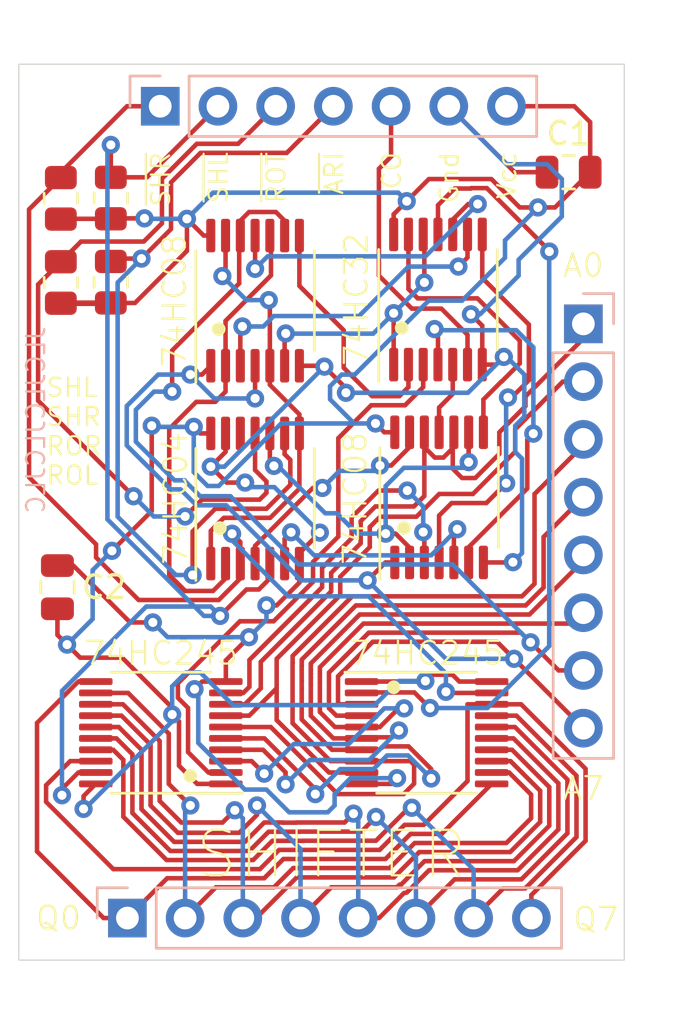
<source format=kicad_pcb>
(kicad_pcb (version 20211014) (generator pcbnew)
  (layers (0 "F.Cu" signal) (31 "B.Cu" signal) (34 "B.Paste" user) (35 "F.Paste" user) (36 "B.SilkS" user "B.Silkscreen") (37 "F.SilkS" user "F.Silkscreen") (38 "B.Mask" user) (39 "F.Mask" user) (44 "Edge.Cuts" user))
  (net 0 "")
  (net 1 "A0")
  (net 2 "A1")
  (net 3 "A2")
  (net 4 "A3")
  (net 5 "A4")
  (net 6 "A5")
  (net 7 "A6")
  (net 8 "A7")
  (net 9 "Q0")
  (net 10 "Q1")
  (net 11 "Q2")
  (net 12 "Q3")
  (net 13 "Q4")
  (net 14 "Q5")
  (net 15 "Q6")
  (net 16 "Q7")
  (net 17 "VCC")
  (net 18 "GND")
  (net 19 "CARRY_OUT")
  (net 20 "~{SHR}")
  (net 21 "~{SHL}")
  (net 22 "ARITHMETIC")
  (net 23 "ROTATE")
  (net 24 "/!ARITHMETIC")
  (net 25 "Net-(U1-Pad3)")
  (net 26 "Net-(U1-Pad8)")
  (net 27 "Net-(U1-Pad11)")
  (net 28 "Net-(U4-Pad3)")
  (net 29 "/ARITHMETIC_AND_A7")
  (net 30 "Net-(U2-Pad4)")
  (net 31 "Net-(U2-Pad6)")
  (net 33 "Net-(U3-Pad3)")
  (net 34 "Net-(U3-Pad4)")
  (net 35 "Net-(U3-Pad6)")
  (net 36 "Net-(U3-Pad8)")
  (net 37 "Net-(U3-Pad11)")
  (net 38 "Net-(U4-Pad11)")
  (net 39 "~{ROTATE}")
  (net 40 "~{ARITHMETIC}")
  (footprint "Package_SO:TSSOP-20_4.4x5mm_P0.5mm" (layer "F.Cu") (at 166.1 92.95 180)
    (fp_text reference "U5" hide)
    (fp_text value "74LS245")
  )
  (footprint "Package_SO:TSSOP-20_4.4x5mm_P0.5mm" (layer "F.Cu") (at 177.8 92.95)
    (fp_text reference "U6" hide)
    (fp_text value "74LS245")
  )
  (footprint "Package_SO:TSSOP-14_4.4x5mm_P0.65mm" (layer "F.Cu") (at 170.25 82.65 90)
    (fp_text reference "U2" hide)
    (fp_text value "74LS04")
  )
  (footprint "Resistor_SMD:R_0805_2012Metric" (layer "F.Cu") (at 163.9 69.4375 -90)
    (fp_text reference "R11" hide)
    (fp_text value "R_Small_US")
  )
  (footprint "Package_SO:TSSOP-14_4.4x5mm_P0.65mm" (layer "F.Cu") (at 170.25 73.95 90)
    (fp_text reference "U1" hide)
    (fp_text value "74LS08")
  )
  (footprint "Resistor_SMD:R_0805_2012Metric" (layer "F.Cu") (at 161.7 69.45 -90)
    (fp_text reference "R12" hide)
    (fp_text value "R_Small_US")
  )
  (footprint "Capacitor_SMD:C_0805_2012Metric" (layer "F.Cu") (at 161.55 86.55 -90)
    (fp_text reference "C2")
    (fp_text value "C")
  )
  (footprint "Package_SO:TSSOP-14_4.4x5mm_P0.65mm" (layer "F.Cu") (at 178.35 82.6 90)
    (fp_text reference "U3" hide)
    (fp_text value "74LS08")
  )
  (footprint "Resistor_SMD:R_0805_2012Metric" (layer "F.Cu") (at 163.9 73.1375 -90)
    (fp_text reference "R13" hide)
    (fp_text value "R_Small_US")
  )
  (footprint "Capacitor_SMD:C_0805_2012Metric" (layer "F.Cu") (at 184.05 68.3)
    (fp_text reference "C1")
    (fp_text value "C")
  )
  (footprint "Package_SO:TSSOP-14_4.4x5mm_P0.65mm" (layer "F.Cu") (at 178.3 73.9 90)
    (fp_text reference "U4" hide)
    (fp_text value "74LS32")
  )
  (footprint "Resistor_SMD:R_0805_2012Metric" (layer "F.Cu") (at 161.7 73.15 -90)
    (fp_text reference "R10" hide)
    (fp_text value "R_Small_US")
  )
  (footprint "Connector_PinHeader_2.54mm:PinHeader_1x07_P2.54mm_Vertical" (layer "B.Cu") (at 166.075 65.4 -90)
    (fp_text reference "J3" hide)
    (fp_text value "Conn_01x07")
  )
  (footprint "Connector_PinHeader_2.54mm:PinHeader_1x08_P2.54mm_Vertical" (layer "B.Cu") (at 164.63 101.1 -90)
    (fp_text reference "J2" hide)
    (fp_text value "Conn_01x08")
  )
  (footprint "Connector_PinHeader_2.54mm:PinHeader_1x08_P2.54mm_Vertical" (layer "B.Cu") (at 184.7 74.97 180)
    (fp_text reference "J1" hide)
    (fp_text value "Conn_01x08")
  )
  (gr_circle (center 176.7 75.15) (end 176.85 75.15) (layer "F.SilkS") (width 0.3) (fill none))
  (gr_circle (center 168.7 83.95) (end 168.85 83.95) (layer "F.SilkS") (width 0.3) (fill none))
  (gr_circle (center 168.65 75.2) (end 168.8 75.2) (layer "F.SilkS") (width 0.3) (fill none))
  (gr_circle (center 176.8 83.95) (end 176.95 83.95) (layer "F.SilkS") (width 0.3) (fill none))
  (gr_circle (center 167.4 94.85) (end 167.55 94.85) (layer "F.SilkS") (width 0.3) (fill none))
  (gr_circle (center 176.35 90.95) (end 176.5 90.95) (layer "F.SilkS") (width 0.3) (fill none))
  (gr_rect (start 159.85 63.55) (end 186.5 102.95) (layer "Edge.Cuts") (width 0.05) (fill none))
  (gr_text "JLCJLCJLCJLC" (at 160.6 79.2 -270) (layer "B.SilkS") (effects (font (size 0.8 0.8) (thickness 0.1)) (justify mirror)))
  (gr_text "Q0" (at 161.6 101.1) (layer "F.SilkS") (effects (font (size 1 1) (thickness 0.1))))
  (gr_text "Gnd" (at 178.8 67.35 90) (layer "F.SilkS") (effects (font (size 0.8 0.8) (thickness 0.1)) (justify right)))
  (gr_text "A0" (at 184.7 72.4) (layer "F.SilkS") (effects (font (size 1 1) (thickness 0.1))))
  (gr_text "~{SHR}" (at 166.1 67.35 90) (layer "F.SilkS") (effects (font (size 0.8 0.8) (thickness 0.1)) (justify right)))
  (gr_text "~{SHL}" (at 168.64 67.35 90) (layer "F.SilkS") (effects (font (size 0.8 0.8) (thickness 0.1)) (justify right)))
  (gr_text "SHL\nSHR\nROR\nROL" (at 161 79.7) (layer "F.SilkS") (effects (font (size 0.8 0.8) (thickness 0.1)) (justify left)))
  (gr_text "SHIFTER" (at 173.6 98.3) (layer "F.SilkS") (effects (font (size 2 2) (thickness 0.1))))
  (gr_text "CO" (at 176.26 67.35 90) (layer "F.SilkS") (effects (font (size 0.8 0.8) (thickness 0.1)) (justify right)))
  (gr_text "~{ARI}" (at 173.72 67.35 90) (layer "F.SilkS") (effects (font (size 0.8 0.8) (thickness 0.1)) (justify right)))
  (gr_text "Vcc" (at 181.34 67.35 90) (layer "F.SilkS") (effects (font (size 0.8 0.8) (thickness 0.1)) (justify right)))
  (gr_text "Q7" (at 185.25 101.15) (layer "F.SilkS") (effects (font (size 1 1) (thickness 0.1))))
  (gr_text "A7" (at 184.7 95.4) (layer "F.SilkS") (effects (font (size 1 1) (thickness 0.1))))
  (gr_text "~{ROT}" (at 171.18 67.35 90) (layer "F.SilkS") (effects (font (size 0.8 0.8) (thickness 0.1)) (justify right)))
  (segment (start 179 80.390006) (end 179 79.7375) (width 0.2) (layer "F.Cu") (net 1))
  (segment (start 177.7 82.539245) (end 177.239744 82.999501) (width 0.2) (layer "F.Cu") (net 1))
  (segment (start 177.7 80.390006) (end 178.159994 80.85) (width 0.2) (layer "F.Cu") (net 1))
  (segment (start 169.8 91.7) (end 168.9625 91.7) (width 0.2) (layer "F.Cu") (net 1))
  (segment (start 179.360256 81.749501) (end 178.950499 81.339744) (width 0.2) (layer "F.Cu") (net 1))
  (segment (start 179.939744 81.749501) (end 179.360256 81.749501) (width 0.2) (layer "F.Cu") (net 1))
  (segment (start 182.149501 78.589744) (end 181.000489 79.738756) (width 0.2) (layer "F.Cu") (net 1))
  (segment (start 182.149501 78.165493) (end 182.149501 78.589744) (width 0.2) (layer "F.Cu") (net 1))
  (segment (start 181.000489 80.688756) (end 179.939744 81.749501) (width 0.2) (layer "F.Cu") (net 1))
  (segment (start 170.5 91) (end 169.8 91.7) (width 0.2) (layer "F.Cu") (net 1))
  (segment (start 175.546262 82.999501) (end 174.898293 83.64747) (width 0.2) (layer "F.Cu") (net 1))
  (segment (start 177.7 79.7375) (end 177.7 82.539245) (width 0.2) (layer "F.Cu") (net 1))
  (segment (start 173.599511 85.920502) (end 173.599511 86.735496) (width 0.2) (layer "F.Cu") (net 1))
  (segment (start 184.7 75.614994) (end 182.149501 78.165493) (width 0.2) (layer "F.Cu") (net 1))
  (segment (start 181.000489 79.738756) (end 181.000489 80.688756) (width 0.2) (layer "F.Cu") (net 1))
  (segment (start 178.950499 81.339744) (end 178.950499 80.439507) (width 0.2) (layer "F.Cu") (net 1))
  (segment (start 170.5 89.835007) (end 170.5 91) (width 0.2) (layer "F.Cu") (net 1))
  (segment (start 173.599511 86.735496) (end 170.5 89.835007) (width 0.2) (layer "F.Cu") (net 1))
  (segment (start 178.159994 80.85) (end 178.540006 80.85) (width 0.2) (layer "F.Cu") (net 1))
  (segment (start 184.7 74.97) (end 184.7 75.614994) (width 0.2) (layer "F.Cu") (net 1))
  (segment (start 174.898293 83.64747) (end 174.898293 84.62172) (width 0.2) (layer "F.Cu") (net 1))
  (segment (start 178.540006 80.85) (end 179 80.390006) (width 0.2) (layer "F.Cu") (net 1))
  (segment (start 177.239744 82.999501) (end 175.546262 82.999501) (width 0.2) (layer "F.Cu") (net 1))
  (segment (start 174.898293 84.62172) (end 173.599511 85.920502) (width 0.2) (layer "F.Cu") (net 1))
  (segment (start 173.999021 86.90098) (end 171.1995 89.7005) (width 0.2) (layer "F.Cu") (net 2))
  (segment (start 179.839756 82.450489) (end 178.35375 82.450489) (width 0.2) (layer "F.Cu") (net 2))
  (segment (start 181.700499 80.589746) (end 179.839756 82.450489) (width 0.2) (layer "F.Cu") (net 2))
  (segment (start 174.9375 94.7) (end 173.504238 94.7) (width 0.2) (layer "F.Cu") (net 2))
  (segment (start 168.9625 92.2) (end 169.992018 92.2) (width 0.2) (layer "F.Cu") (net 2))
  (segment (start 184.7 77.51) (end 183.794238 77.51) (width 0.2) (layer "F.Cu") (net 2))
  (segment (start 181.700499 79.603739) (end 181.700499 80.589746) (width 0.2) (layer "F.Cu") (net 2))
  (segment (start 175.297804 83.90464) (end 175.297803 84.787204) (width 0.2) (layer "F.Cu") (net 2))
  (segment (start 178.35375 82.450489) (end 177.35374 83.450499) (width 0.2) (layer "F.Cu") (net 2))
  (segment (start 173.504238 94.7) (end 171.1995 92.395262) (width 0.2) (layer "F.Cu") (net 2))
  (segment (start 173.999022 86.085984) (end 173.999021 86.90098) (width 0.2) (layer "F.Cu") (net 2))
  (segment (start 171.1995 89.7005) (end 171.1995 90.992518) (width 0.2) (layer "F.Cu") (net 2))
  (segment (start 183.794238 77.51) (end 181.700499 79.603739) (width 0.2) (layer "F.Cu") (net 2))
  (segment (start 177.35374 83.450499) (end 175.751945 83.450499) (width 0.2) (layer "F.Cu") (net 2))
  (segment (start 171.1995 92.395262) (end 171.1995 90.992518) (width 0.2) (layer "F.Cu") (net 2))
  (segment (start 175.751945 83.450499) (end 175.297804 83.90464) (width 0.2) (layer "F.Cu") (net 2))
  (segment (start 175.297803 84.787204) (end 173.999022 86.085984) (width 0.2) (layer "F.Cu") (net 2))
  (segment (start 169.992018 92.2) (end 171.1995 90.992518) (width 0.2) (layer "F.Cu") (net 2))
  (segment (start 173.569223 94.2) (end 174.9375 94.2) (width 0.2) (layer "F.Cu") (net 3))
  (segment (start 171.9 92.530777) (end 173.569223 94.2) (width 0.2) (layer "F.Cu") (net 3))
  (segment (start 171.902915 89.573093) (end 171.902915 89.883736) (width 0.2) (layer "F.Cu") (net 3))
  (segment (start 171.9 89.886651) (end 171.9 92.530777) (width 0.2) (layer "F.Cu") (net 3))
  (segment (start 176.789744 95.649501) (end 177.249501 95.189744) (width 0.2) (layer "F.Cu") (net 3))
  (segment (start 174.523561 86.952447) (end 171.902915 89.573093) (width 0.2) (layer "F.Cu") (net 3))
  (segment (start 170.939245 92.7) (end 173.888746 95.649501) (width 0.2) (layer "F.Cu") (net 3))
  (segment (start 181.997553 86.952447) (end 174.523561 86.952447) (width 0.2) (layer "F.Cu") (net 3))
  (segment (start 182.55 86.4) (end 181.997553 86.952447) (width 0.2) (layer "F.Cu") (net 3))
  (segment (start 177.089245 94.2) (end 174.9375 94.2) (width 0.2) (layer "F.Cu") (net 3))
  (segment (start 168.9625 92.7) (end 170.939245 92.7) (width 0.2) (layer "F.Cu") (net 3))
  (segment (start 171.902915 89.883736) (end 171.9 89.886651) (width 0.2) (layer "F.Cu") (net 3))
  (segment (start 184.7 80.304239) (end 182.55 82.454239) (width 0.2) (layer "F.Cu") (net 3))
  (segment (start 177.249501 95.189744) (end 177.249501 94.360256) (width 0.2) (layer "F.Cu") (net 3))
  (segment (start 177.249501 94.360256) (end 177.089245 94.2) (width 0.2) (layer "F.Cu") (net 3))
  (segment (start 182.55 82.454239) (end 182.55 86.4) (width 0.2) (layer "F.Cu") (net 3))
  (segment (start 173.888746 95.649501) (end 176.789744 95.649501) (width 0.2) (layer "F.Cu") (net 3))
  (segment (start 184.7 80.05) (end 184.7 80.304239) (width 0.2) (layer "F.Cu") (net 3))
  (segment (start 177.005228 93.550989) (end 177.999001 94.544762) (width 0.2) (layer "F.Cu") (net 4))
  (segment (start 172.611472 89.42953) (end 174.689046 87.351958) (width 0.2) (layer "F.Cu") (net 4))
  (segment (start 170.664994 93.2) (end 172.9 95.435006) (width 0.2) (layer "F.Cu") (net 4))
  (segment (start 172.301778 91.001598) (end 172.301778 90.671204) (width 0.2) (layer "F.Cu") (net 4))
  (segment (start 174.9375 93.7) (end 173.634228 93.7) (width 0.2) (layer "F.Cu") (net 4))
  (segment (start 172.301442 90.010451) (end 172.301443 90.009506) (width 0.2) (layer "F.Cu") (net 4))
  (segment (start 172.302434 89.807952) (end 172.302435 89.807945) (width 0.2) (layer "F.Cu") (net 4))
  (segment (start 172.611469 89.42953) (end 172.611472 89.42953) (width 0.2) (layer "F.Cu") (net 4))
  (segment (start 172.30046 90.667574) (end 172.300394 90.667507) (width 0.2) (layer "F.Cu") (net 4))
  (segment (start 172.301942 90.008534) (end 172.301943 90.008059) (width 0.2) (layer "F.Cu") (net 4))
  (segment (start 172.302435 89.807945) (end 172.302437 89.807943) (width 0.2) (layer "F.Cu") (net 4))
  (segment (start 172.301611 90.009101) (end 172.301777 90.008935) (width 0.2) (layer "F.Cu") (net 4))
  (segment (start 172.302437 89.807943) (end 172.302438 89.807937) (width 0.2) (layer "F.Cu") (net 4))
  (segment (start 172.301778 90.671204) (end 172.300773 90.670199) (width 0.2) (layer "F.Cu") (net 4))
  (segment (start 172.302431 90.006973) (end 172.302427 89.807965) (width 0.2) (layer "F.Cu") (net 4))
  (segment (start 172.301942 92.367713) (end 172.301942 91.001763) (width 0.2) (layer "F.Cu") (net 4))
  (segment (start 172.9 95.435006) (end 172.9 95.65) (width 0.2) (layer "F.Cu") (net 4))
  (segment (start 182.163035 87.351958) (end 182.949511 86.565482) (width 0.2) (layer "F.Cu") (net 4))
  (segment (start 173.634228 93.7) (end 172.301942 92.367713) (width 0.2) (layer "F.Cu") (net 4))
  (segment (start 172.302438 89.738566) (end 172.377447 89.663557) (width 0.2) (layer "F.Cu") (net 4))
  (segment (start 172.300773 90.670199) (end 172.300773 90.667985) (width 0.2) (layer "F.Cu") (net 4))
  (segment (start 172.301942 91.001763) (end 172.301778 91.001598) (width 0.2) (layer "F.Cu") (net 4))
  (segment (start 172.377447 89.663557) (end 172.377447 89.663554) (width 0.2) (layer "F.Cu") (net 4))
  (segment (start 172.300782 90.011114) (end 172.301442 90.010451) (width 0.2) (layer "F.Cu") (net 4))
  (segment (start 172.30046 90.66767) (end 172.30046 90.667574) (width 0.2) (layer "F.Cu") (net 4))
  (segment (start 174.689046 87.351958) (end 182.163035 87.351958) (width 0.2) (layer "F.Cu") (net 4))
  (segment (start 172.301443 90.009506) (end 172.30161 90.009339) (width 0.2) (layer "F.Cu") (net 4))
  (segment (start 172.377447 89.663554) (end 172.546482 89.49452) (width 0.2) (layer "F.Cu") (net 4))
  (segment (start 172.300394 90.667507) (end 172.300773 90.577266) (width 0.2) (layer "F.Cu") (net 4))
  (segment (start 172.30211 90.007892) (end 172.30211 90.007656) (width 0.2) (layer "F.Cu") (net 4))
  (segment (start 172.302366 90.0074) (end 172.302367 90.007037) (width 0.2) (layer "F.Cu") (net 4))
  (segment (start 175.720261 93.7) (end 175.819274 93.600988) (width 0.2) (layer "F.Cu") (net 4))
  (segment (start 182.949511 86.565482) (end 182.949511 84.340489) (width 0.2) (layer "F.Cu") (net 4))
  (segment (start 172.300773 90.577266) (end 172.300773 90.011135) (width 0.2) (layer "F.Cu") (net 4))
  (segment (start 172.301778 90.008698) (end 172.301942 90.008534) (width 0.2) (layer "F.Cu") (net 4))
  (segment (start 172.300782 90.011126) (end 172.300782 90.011114) (width 0.2) (layer "F.Cu") (net 4))
  (segment (start 174.9375 93.7) (end 175.720261 93.7) (width 0.2) (layer "F.Cu") (net 4))
  (segment (start 175.819274 93.600988) (end 175.844773 93.600988) (width 0.2) (layer "F.Cu") (net 4))
  (segment (start 172.302438 89.807937) (end 172.302438 89.738566) (width 0.2) (layer "F.Cu") (net 4))
  (segment (start 168.9625 93.2) (end 170.664994 93.2) (width 0.2) (layer "F.Cu") (net 4))
  (segment (start 172.301943 90.008059) (end 172.30211 90.007892) (width 0.2) (layer "F.Cu") (net 4))
  (segment (start 172.301777 90.008935) (end 172.301778 90.008698) (width 0.2) (layer "F.Cu") (net 4))
  (segment (start 172.302431 89.807961) (end 172.302431 89.807955) (width 0.2) (layer "F.Cu") (net 4))
  (segment (start 182.949511 84.340489) (end 184.7 82.59) (width 0.2) (layer "F.Cu") (net 4))
  (segment (start 172.300773 90.667985) (end 172.30046 90.66767) (width 0.2) (layer "F.Cu") (net 4))
  (segment (start 172.302367 90.007037) (end 172.302431 90.006973) (width 0.2) (layer "F.Cu") (net 4))
  (segment (start 172.302427 89.807965) (end 172.302431 89.807961) (width 0.2) (layer "F.Cu") (net 4))
  (segment (start 177.999001 94.544762) (end 177.999001 94.962305) (width 0.2) (layer "F.Cu") (net 4))
  (segment (start 172.300773 90.011135) (end 172.300782 90.011126) (width 0.2) (layer "F.Cu") (net 4))
  (segment (start 172.302431 89.807955) (end 172.302434 89.807952) (width 0.2) (layer "F.Cu") (net 4))
  (segment (start 175.844773 93.600988) (end 175.894774 93.550988) (width 0.2) (layer "F.Cu") (net 4))
  (segment (start 175.894774 93.550988) (end 177.005228 93.550989) (width 0.2) (layer "F.Cu") (net 4))
  (segment (start 172.30211 90.007656) (end 172.302366 90.0074) (width 0.2) (layer "F.Cu") (net 4))
  (segment (start 172.30161 90.009339) (end 172.301611 90.009101) (width 0.2) (layer "F.Cu") (net 4))
  (segment (start 172.546482 89.49452) (end 172.611469 89.42953) (width 0.2) (layer "F.Cu") (net 4))
  (via (at 172.9 95.65) (size 0.8) (drill 0.4) (layers "F.Cu" "B.Cu") (net 4))
  (via (at 177.999001 94.962305) (size 0.8) (drill 0.4) (layers "F.Cu" "B.Cu") (net 4))
  (segment (start 173.999511 94.550489) (end 172.9 95.65) (width 0.2) (layer "B.Cu") (net 4))
  (segment (start 175.460266 94.550489) (end 173.999511 94.550489) (width 0.2) (layer "B.Cu") (net 4))
  (segment (start 176.987195 93.950499) (end 176.060256 93.950499) (width 0.2) (layer "B.Cu") (net 4))
  (segment (start 176.060256 93.950499) (end 175.460266 94.550489) (width 0.2) (layer "B.Cu") (net 4))
  (segment (start 177.999001 94.962305) (end 176.987195 93.950499) (width 0.2) (layer "B.Cu") (net 4))
  (segment (start 174.854528 87.751469) (end 172.701948 89.90405) (width 0.2) (layer "F.Cu") (net 5))
  (segment (start 172.701453 92.202231) (end 173.699222 93.2) (width 0.2) (layer "F.Cu") (net 5))
  (segment (start 172.701289 90.836116) (end 172.701453 90.83628) (width 0.2) (layer "F.Cu") (net 5))
  (segment (start 174.9375 93.2) (end 174.986032 93.151468) (width 0.2) (layer "F.Cu") (net 5))
  (segment (start 172.701121 90.174585) (end 172.701121 90.174822) (width 0.2) (layer "F.Cu") (net 5))
  (segment (start 172.700596 90.503704) (end 172.701121 90.504233) (width 0.2) (layer "F.Cu") (net 5))
  (segment (start 174.986032 93.151468) (end 176.280399 93.151468) (width 0.2) (layer "F.Cu") (net 5))
  (segment (start 172.701121 90.3787) (end 172.700596 90.503704) (width 0.2) (layer "F.Cu") (net 5))
  (segment (start 176.280399 93.151468) (end 176.580378 92.851489) (width 0.2) (layer "F.Cu") (net 5))
  (segment (start 172.701121 90.505553) (end 172.701287 90.505719) (width 0.2) (layer "F.Cu") (net 5))
  (segment (start 172.700953 90.175225) (end 172.700791 90.175388) (width 0.2) (layer "F.Cu") (net 5))
  (segment (start 173.699222 93.2) (end 174.9375 93.2) (width 0.2) (layer "F.Cu") (net 5))
  (segment (start 184.7 85.13) (end 184.7 85.379987) (width 0.2) (layer "F.Cu") (net 5))
  (segment (start 172.701453 90.173543) (end 172.701453 90.174017) (width 0.2) (layer "F.Cu") (net 5))
  (segment (start 172.701453 90.83628) (end 172.701453 92.202231) (width 0.2) (layer "F.Cu") (net 5))
  (segment (start 172.701948 89.973426) (end 172.701945 89.973429) (width 0.2) (layer "F.Cu") (net 5))
  (segment (start 172.701945 89.973429) (end 172.701945 89.973435) (width 0.2) (layer "F.Cu") (net 5))
  (segment (start 172.701121 90.174822) (end 172.700953 90.17499) (width 0.2) (layer "F.Cu") (net 5))
  (segment (start 172.700791 90.175388) (end 172.701035 90.256169) (width 0.2) (layer "F.Cu") (net 5))
  (segment (start 172.701289 90.507936) (end 172.701289 90.836116) (width 0.2) (layer "F.Cu") (net 5))
  (segment (start 172.701287 90.505719) (end 172.701289 90.507936) (width 0.2) (layer "F.Cu") (net 5))
  (segment (start 172.701121 90.341463) (end 172.701121 90.3787) (width 0.2) (layer "F.Cu") (net 5))
  (segment (start 170.6 93.7) (end 171.591258 94.691258) (width 0.2) (layer "F.Cu") (net 5))
  (segment (start 168.9625 93.7) (end 170.6 93.7) (width 0.2) (layer "F.Cu") (net 5))
  (segment (start 182.328519 87.751468) (end 174.854528 87.751469) (width 0.2) (layer "F.Cu") (net 5))
  (segment (start 172.701941 89.973439) (end 172.701945 90.172815) (width 0.2) (layer "F.Cu") (net 5))
  (segment (start 172.700953 90.17499) (end 172.700953 90.175225) (width 0.2) (layer "F.Cu") (net 5))
  (segment (start 172.701621 90.173375) (end 172.701453 90.173543) (width 0.2) (layer "F.Cu") (net 5))
  (segment (start 172.701453 90.174017) (end 172.701288 90.174182) (width 0.2) (layer "F.Cu") (net 5))
  (segment (start 172.701945 90.172815) (end 172.701621 90.173138) (width 0.2) (layer "F.Cu") (net 5))
  (segment (start 172.701121 90.504233) (end 172.701121 90.505553) (width 0.2) (layer "F.Cu") (net 5))
  (segment (start 184.7 85.379987) (end 182.328519 87.751468) (width 0.2) (layer "F.Cu") (net 5))
  (segment (start 172.701945 89.973435) (end 172.701941 89.973439) (width 0.2) (layer "F.Cu") (net 5))
  (segment (start 172.701288 90.174418) (end 172.701121 90.174585) (width 0.2) (layer "F.Cu") (net 5))
  (segment (start 172.701035 90.256169) (end 172.701121 90.341463) (width 0.2) (layer "F.Cu") (net 5))
  (segment (start 172.701948 89.90405) (end 172.701948 89.973426) (width 0.2) (layer "F.Cu") (net 5))
  (segment (start 172.701621 90.173138) (end 172.701621 90.173375) (width 0.2) (layer "F.Cu") (net 5))
  (segment (start 171.591258 94.691258) (end 171.591258 95.221242) (width 0.2) (layer "F.Cu") (net 5))
  (segment (start 172.701288 90.174182) (end 172.701288 90.174418) (width 0.2) (layer "F.Cu") (net 5))
  (via (at 176.580378 92.851489) (size 0.8) (drill 0.4) (layers "F.Cu" "B.Cu") (net 5))
  (via (at 171.591258 95.221242) (size 0.8) (drill 0.4) (layers "F.Cu" "B.Cu") (net 5))
  (segment (start 176.580378 92.851489) (end 176.568772 92.851489) (width 0.2) (layer "B.Cu") (net 5))
  (segment (start 176.568772 92.851489) (end 175.269283 94.150978) (width 0.2) (layer "B.Cu") (net 5))
  (segment (start 172.661522 94.150978) (end 171.591258 95.221242) (width 0.2) (layer "B.Cu") (net 5))
  (segment (start 175.269283 94.150978) (end 172.661522 94.150978) (width 0.2) (layer "B.Cu") (net 5))
  (segment (start 173.101459 90.339241) (end 173.101459 90.069532) (width 0.2) (layer "F.Cu") (net 6))
  (segment (start 173.100799 90.339901) (end 173.101459 90.339241) (width 0.2) (layer "F.Cu") (net 6))
  (segment (start 174.9375 92.7) (end 173.764216 92.7) (width 0.2) (layer "F.Cu") (net 6))
  (segment (start 175.742622 92.7) (end 176.563893 91.878729) (width 0.2) (layer "F.Cu") (net 6))
  (segment (start 173.100799 90.670632) (end 173.100799 90.339901) (width 0.2) (layer "F.Cu") (net 6))
  (segment (start 170.1 94.2) (end 170.65 94.75) (width 0.2) (layer "F.Cu") (net 6))
  (segment (start 173.100963 92.036747) (end 173.100964 90.670797) (width 0.2) (layer "F.Cu") (net 6))
  (segment (start 175.020012 88.150979) (end 184.219021 88.150979) (width 0.2) (layer "F.Cu") (net 6))
  (segment (start 173.100964 90.670797) (end 173.100799 90.670632) (width 0.2) (layer "F.Cu") (net 6))
  (segment (start 176.563893 91.878729) (end 176.810034 91.878729) (width 0.2) (layer "F.Cu") (net 6))
  (segment (start 184.219021 88.150979) (end 184.7 87.67) (width 0.2) (layer "F.Cu") (net 6))
  (segment (start 174.9375 92.7) (end 175.742622 92.7) (width 0.2) (layer "F.Cu") (net 6))
  (segment (start 168.9625 94.2) (end 170.1 94.2) (width 0.2) (layer "F.Cu") (net 6))
  (segment (start 173.764216 92.7) (end 173.100963 92.036747) (width 0.2) (layer "F.Cu") (net 6))
  (segment (start 173.101459 90.069532) (end 175.020012 88.150979) (width 0.2) (layer "F.Cu") (net 6))
  (via (at 176.810034 91.878729) (size 0.8) (drill 0.4) (layers "F.Cu" "B.Cu") (net 6))
  (via (at 170.65 94.75) (size 0.8) (drill 0.4) (layers "F.Cu" "B.Cu") (net 6))
  (segment (start 175.936265 91.878729) (end 176.810034 91.878729) (width 0.2) (layer "B.Cu") (net 6))
  (segment (start 170.65 94.75) (end 171.95049 93.44951) (width 0.2) (layer "B.Cu") (net 6))
  (segment (start 171.95049 93.44951) (end 174.365484 93.44951) (width 0.2) (layer "B.Cu") (net 6))
  (segment (start 174.365484 93.44951) (end 175.936265 91.878729) (width 0.2) (layer "B.Cu") (net 6))
  (segment (start 184.7 90.21) (end 183.61 90.21) (width 0.2) (layer "F.Cu") (net 7))
  (segment (start 166.6 77.95) (end 166.6 76.139245) (width 0.2) (layer "F.Cu") (net 7))
  (segment (start 169.550499 71.137001) (end 169.6 71.0875) (width 0.2) (layer "F.Cu") (net 7))
  (segment (start 169.984514 70.05048) (end 171.165486 70.05048) (width 0.2) (layer "F.Cu") (net 7))
  (segment (start 166.6 76.139245) (end 169.550499 73.188746) (width 0.2) (layer "F.Cu") (net 7))
  (segment (start 171.165486 70.05048) (end 171.55 70.434994) (width 0.2) (layer "F.Cu") (net 7))
  (segment (start 183.61 90.21) (end 181.95049 88.55049) (width 0.2) (layer "F.Cu") (net 7))
  (segment (start 181.95049 88.55049) (end 175.254866 88.55049) (width 0.2) (layer "F.Cu") (net 7))
  (segment (start 173.829216 92.2) (end 174.9375 92.2) (width 0.2) (layer "F.Cu") (net 7))
  (segment (start 173.500969 91.871753) (end 173.829216 92.2) (width 0.2) (layer "F.Cu") (net 7))
  (segment (start 171.55 70.434994) (end 171.55 71.0875) (width 0.2) (layer "F.Cu") (net 7))
  (segment (start 173.500969 90.304387) (end 173.500969 91.871753) (width 0.2) (layer "F.Cu") (net 7))
  (segment (start 175.254866 88.55049) (end 173.500969 90.304387) (width 0.2) (layer "F.Cu") (net 7))
  (segment (start 169.550499 73.188746) (end 169.550499 71.137001) (width 0.2) (layer "F.Cu") (net 7))
  (segment (start 169.6 70.434994) (end 169.984514 70.05048) (width 0.2) (layer "F.Cu") (net 7))
  (segment (start 169.6 71.0875) (end 169.6 70.434994) (width 0.2) (layer "F.Cu") (net 7))
  (via (at 166.6 77.95) (size 0.8) (drill 0.4) (layers "F.Cu" "B.Cu") (net 7))
  (via (at 182.375 88.975) (size 0.8) (drill 0.4) (layers "F.Cu" "B.Cu") (net 7))
  (segment (start 167.834516 82.54951) (end 167.150489 81.865482) (width 0.2) (layer "B.Cu") (net 7))
  (segment (start 165.8 77.95) (end 166.6 77.95) (width 0.2) (layer "B.Cu") (net 7))
  (segment (start 165.000499 78.749501) (end 165.8 77.95) (width 0.2) (layer "B.Cu") (net 7))
  (segment (start 166.699511 81.849511) (end 165.000499 80.150499) (width 0.2) (layer "B.Cu") (net 7))
  (segment (start 167.150489 81.849511) (end 166.699511 81.849511) (width 0.2) (layer "B.Cu") (net 7))
  (segment (start 167.150489 81.865482) (end 167.150489 81.849511) (width 0.2) (layer "B.Cu") (net 7))
  (segment (start 169.165485 82.549511) (end 167.834516 82.54951) (width 0.2) (layer "B.Cu") (net 7))
  (segment (start 182.375 88.975) (end 178.95 85.55) (width 0.2) (layer "B.Cu") (net 7))
  (segment (start 178.95 85.55) (end 172.165974 85.55) (width 0.2) (layer "B.Cu") (net 7))
  (segment (start 172.165974 85.55) (end 169.165485 82.549511) (width 0.2) (layer "B.Cu") (net 7))
  (segment (start 165.000499 80.150499) (end 165.000499 78.749501) (width 0.2) (layer "B.Cu") (net 7))
  (segment (start 174.119869 90.25048) (end 174.129507 90.25048) (width 0.2) (layer "F.Cu") (net 8))
  (segment (start 174.129507 90.25048) (end 175.429988 88.95) (width 0.2) (layer "F.Cu") (net 8))
  (segment (start 173.90048 90.469869) (end 174.119869 90.25048) (width 0.2) (layer "F.Cu") (net 8))
  (segment (start 170.25 76.8125) (end 170.25 78.25) (width 0.2) (layer "F.Cu") (net 8))
  (segment (start 167.9125 77.2) (end 168.3 76.8125) (width 0.2) (layer "F.Cu") (net 8))
  (segment (start 175.9875 85.4625) (end 175.2 86.25) (width 0.2) (layer "F.Cu") (net 8))
  (segment (start 176.4 85.4625) (end 175.9875 85.4625) (width 0.2) (layer "F.Cu") (net 8))
  (segment (start 167.4 77.2) (end 167.9125 77.2) (width 0.2) (layer "F.Cu") (net 8))
  (segment (start 173.900974 91.7) (end 173.90048 91.699506) (width 0.2) (layer "F.Cu") (net 8))
  (segment (start 175.429988 88.95) (end 180.9 88.95) (width 0.2) (layer "F.Cu") (net 8))
  (segment (start 173.90048 91.699506) (end 173.90048 90.469869) (width 0.2) (layer "F.Cu") (net 8))
  (segment (start 174.9375 91.7) (end 173.900974 91.7) (width 0.2) (layer "F.Cu") (net 8))
  (segment (start 180.9 88.95) (end 184.7 92.75) (width 0.2) (layer "F.Cu") (net 8))
  (via (at 170.25 78.25) (size 0.8) (drill 0.4) (layers "F.Cu" "B.Cu") (net 8))
  (via (at 167.4 77.2) (size 0.8) (drill 0.4) (layers "F.Cu" "B.Cu") (net 8))
  (via (at 181.65 89.7) (size 0.8) (drill 0.4) (layers "F.Cu" "B.Cu") (net 8))
  (via (at 175.2 86.25) (size 0.8) (drill 0.4) (layers "F.Cu" "B.Cu") (net 8))
  (segment (start 165.985006 77.2) (end 167.4 77.2) (width 0.2) (layer "B.Cu") (net 8))
  (segment (start 164.600988 80.315981) (end 164.600989 78.584017) (width 0.2) (layer "B.Cu") (net 8))
  (segment (start 175.2 86.25) (end 178.65 89.7) (width 0.2) (layer "B.Cu") (net 8))
  (segment (start 175.2 86.25) (end 172.281945 86.25) (width 0.2) (layer "B.Cu") (net 8))
  (segment (start 168.45 78.25) (end 167.4 77.2) (width 0.2) (layer "B.Cu") (net 8))
  (segment (start 166.969035 82.249022) (end 166.534027 82.249021) (width 0.2) (layer "B.Cu") (net 8))
  (segment (start 178.65 89.7) (end 181.65 89.7) (width 0.2) (layer "B.Cu") (net 8))
  (segment (start 166.969035 82.249022) (end 167.669032 82.949021) (width 0.2) (layer "B.Cu") (net 8))
  (segment (start 172.281945 86.25) (end 168.980967 82.949022) (width 0.2) (layer "B.Cu") (net 8))
  (segment (start 164.600989 78.584017) (end 165.985006 77.2) (width 0.2) (layer "B.Cu") (net 8))
  (segment (start 166.534027 82.249021) (end 164.600988 80.315981) (width 0.2) (layer "B.Cu") (net 8))
  (segment (start 168.980967 82.949022) (end 167.669032 82.949021) (width 0.2) (layer "B.Cu") (net 8))
  (segment (start 170.25 78.25) (end 168.45 78.25) (width 0.2) (layer "B.Cu") (net 8))
  (segment (start 178.462008 97.400492) (end 177.091663 97.400492) (width 0.2) (layer "F.Cu") (net 9))
  (segment (start 175.988709 98.503446) (end 171.721911 98.503446) (width 0.2) (layer "F.Cu") (net 9))
  (segment (start 180.6625 95.2) (end 178.462008 97.400492) (width 0.2) (layer "F.Cu") (net 9))
  (segment (start 177.091663 97.400492) (end 175.988709 98.503446) (width 0.2) (layer "F.Cu") (net 9))
  (segment (start 163.58 101.1) (end 164.63 101.1) (width 0.2) (layer "F.Cu") (net 9))
  (segment (start 171.721911 98.503446) (end 171.721894 98.503429) (width 0.2) (layer "F.Cu") (net 9))
  (segment (start 163.2375 90.7) (end 162.470349 90.7) (width 0.2) (layer "F.Cu") (net 9))
  (segment (start 162.470349 90.7) (end 160.650989 92.51936) (width 0.2) (layer "F.Cu") (net 9))
  (segment (start 166.380489 99.349511) (end 164.63 101.1) (width 0.2) (layer "F.Cu") (net 9))
  (segment (start 171.721868 98.503428) (end 171.721854 98.503414) (width 0.2) (layer "F.Cu") (net 9))
  (segment (start 160.650989 98.170989) (end 163.58 101.1) (width 0.2) (layer "F.Cu") (net 9))
  (segment (start 171.496586 98.503414) (end 170.650489 99.349511) (width 0.2) (layer "F.Cu") (net 9))
  (segment (start 171.721854 98.503414) (end 171.496586 98.503414) (width 0.2) (layer "F.Cu") (net 9))
  (segment (start 160.650989 92.51936) (end 160.650989 98.170989) (width 0.2) (layer "F.Cu") (net 9))
  (segment (start 170.650489 99.349511) (end 166.380489 99.349511) (width 0.2) (layer "F.Cu") (net 9))
  (segment (start 171.721894 98.503429) (end 171.721868 98.503428) (width 0.2) (layer "F.Cu") (net 9))
  (segment (start 166.45 92.988745) (end 166.45 95.2) (width 0.2) (layer "F.Cu") (net 10))
  (segment (start 177.274435 97.800003) (end 176.171482 98.902956) (width 0.2) (layer "F.Cu") (net 10))
  (segment (start 166.45 95.2) (end 167.4 96.15) (width 0.2) (layer "F.Cu") (net 10))
  (segment (start 182.399994 95.670349) (end 182.399994 96.710042) (width 0.2) (layer "F.Cu") (net 10))
  (segment (start 176.171482 98.902956) (end 171.927032 98.902956) (width 0.2) (layer "F.Cu") (net 10))
  (segment (start 164.661255 91.2) (end 166.45 92.988745) (width 0.2) (layer "F.Cu") (net 10))
  (segment (start 180.6625 94.7) (end 181.429645 94.7) (width 0.2) (layer "F.Cu") (net 10))
  (segment (start 181.310033 97.800003) (end 177.274435 97.800003) (width 0.2) (layer "F.Cu") (net 10))
  (segment (start 168.520979 99.749021) (end 167.17 101.1) (width 0.2) (layer "F.Cu") (net 10))
  (segment (start 163.2375 91.2) (end 164.661255 91.2) (width 0.2) (layer "F.Cu") (net 10))
  (segment (start 171.080967 99.749021) (end 168.520979 99.749021) (width 0.2) (layer "F.Cu") (net 10))
  (segment (start 171.927032 98.902956) (end 171.080967 99.749021) (width 0.2) (layer "F.Cu") (net 10))
  (segment (start 181.429645 94.7) (end 182.399994 95.670349) (width 0.2) (layer "F.Cu") (net 10))
  (segment (start 182.399994 96.710042) (end 181.310033 97.800003) (width 0.2) (layer "F.Cu") (net 10))
  (via (at 167.4 96.15) (size 0.8) (drill 0.4) (layers "F.Cu" "B.Cu") (net 10))
  (segment (start 167.4 96.15) (end 167.17 96.38) (width 0.2) (layer "B.Cu") (net 10))
  (segment (start 167.17 96.38) (end 167.17 101.1) (width 0.2) (layer "B.Cu") (net 10))
  (segment (start 164.435006 91.7) (end 166.05 93.314994) (width 0.2) (layer "F.Cu") (net 11))
  (segment (start 163.2375 91.7) (end 164.435006 91.7) (width 0.2) (layer "F.Cu") (net 11))
  (segment (start 180.6625 94.2) (end 181.494639 94.2) (width 0.2) (layer "F.Cu") (net 11))
  (segment (start 181.494639 94.2) (end 182.799505 95.504867) (width 0.2) (layer "F.Cu") (net 11))
  (segment (start 172.082274 99.312708) (end 170.294982 101.1) (width 0.2) (layer "F.Cu") (net 11))
  (segment (start 166.05 95.95) (end 167 96.9) (width 0.2) (layer "F.Cu") (net 11))
  (segment (start 166.05 93.314994) (end 166.05 95.95) (width 0.2) (layer "F.Cu") (net 11))
  (segment (start 182.799504 96.875526) (end 181.475518 98.199512) (width 0.2) (layer "F.Cu") (net 11))
  (segment (start 176.36165 99.312708) (end 172.082274 99.312708) (width 0.2) (layer "F.Cu") (net 11))
  (segment (start 167 96.9) (end 168.816661 96.9) (width 0.2) (layer "F.Cu") (net 11))
  (segment (start 182.799505 95.504867) (end 182.799504 96.875526) (width 0.2) (layer "F.Cu") (net 11))
  (segment (start 181.475518 98.199512) (end 177.474846 98.199512) (width 0.2) (layer "F.Cu") (net 11))
  (segment (start 170.294982 101.1) (end 169.71 101.1) (width 0.2) (layer "F.Cu") (net 11))
  (segment (start 177.474846 98.199512) (end 176.36165 99.312708) (width 0.2) (layer "F.Cu") (net 11))
  (segment (start 168.816661 96.9) (end 169.35635 96.360311) (width 0.2) (layer "F.Cu") (net 11))
  (via (at 169.35635 96.360311) (size 0.8) (drill 0.4) (layers "F.Cu" "B.Cu") (net 11))
  (segment (start 169.71 101.1) (end 169.71 96.713961) (width 0.2) (layer "B.Cu") (net 11))
  (segment (start 169.71 96.713961) (end 169.35635 96.360311) (width 0.2) (layer "B.Cu") (net 11))
  (segment (start 176.687692 99.617621) (end 176.605242 99.63411) (width 0.2) (layer "F.Cu") (net 12))
  (segment (start 165.65 93.479988) (end 165.65 96.15) (width 0.2) (layer "F.Cu") (net 12))
  (segment (start 181.641 98.599024) (end 177.706289 98.599024) (width 0.2) (layer "F.Cu") (net 12))
  (segment (start 181.559633 93.7) (end 183.199016 95.339385) (width 0.2) (layer "F.Cu") (net 12))
  (segment (start 176.491917 99.747435) (end 173.602565 99.747435) (width 0.2) (layer "F.Cu") (net 12))
  (segment (start 163.2375 92.2) (end 164.370012 92.2) (width 0.2) (layer "F.Cu") (net 12))
  (segment (start 183.199014 97.04101) (end 181.641 98.599024) (width 0.2) (layer "F.Cu") (net 12))
  (segment (start 164.370012 92.2) (end 165.65 93.479988) (width 0.2) (layer "F.Cu") (net 12))
  (segment (start 183.199016 95.339385) (end 183.199014 97.04101) (width 0.2) (layer "F.Cu") (net 12))
  (segment (start 173.602565 99.747435) (end 172.25 101.1) (width 0.2) (layer "F.Cu") (net 12))
  (segment (start 170.333368 96.566632) (end 170.333368 96.1495) (width 0.2) (layer "F.Cu") (net 12))
  (segment (start 176.605242 99.63411) (end 176.491917 99.747435) (width 0.2) (layer "F.Cu") (net 12))
  (segment (start 169.55 97.35) (end 170.333368 96.566632) (width 0.2) (layer "F.Cu") (net 12))
  (segment (start 165.65 96.15) (end 166.85 97.35) (width 0.2) (layer "F.Cu") (net 12))
  (segment (start 166.85 97.35) (end 169.55 97.35) (width 0.2) (layer "F.Cu") (net 12))
  (segment (start 180.6625 93.7) (end 181.559633 93.7) (width 0.2) (layer "F.Cu") (net 12))
  (segment (start 177.706289 98.599024) (end 176.687692 99.617621) (width 0.2) (layer "F.Cu") (net 12))
  (via (at 170.333368 96.1495) (size 0.8) (drill 0.4) (layers "F.Cu" "B.Cu") (net 12))
  (segment (start 172.25 101.1) (end 172.25 98.066132) (width 0.2) (layer "B.Cu") (net 12))
  (segment (start 172.25 98.066132) (end 170.333368 96.1495) (width 0.2) (layer "B.Cu") (net 12))
  (segment (start 165.25 93.7) (end 165.25 96.314994) (width 0.2) (layer "F.Cu") (net 13))
  (segment (start 183.598527 95.1739) (end 183.598527 97.206491) (width 0.2) (layer "F.Cu") (net 13))
  (segment (start 169.8 97.75) (end 170.652427 96.897573) (width 0.2) (layer "F.Cu") (net 13))
  (segment (start 172.052795 96.905371) (end 172.060593 96.897573) (width 0.2) (layer "F.Cu") (net 13))
  (segment (start 166.685006 97.75) (end 169.8 97.75) (width 0.2) (layer "F.Cu") (net 13))
  (segment (start 183.598527 97.206491) (end 181.806482 98.998533) (width 0.2) (layer "F.Cu") (net 13))
  (segment (start 181.806482 98.998533) (end 177.906697 98.998533) (width 0.2) (layer "F.Cu") (net 13))
  (segment (start 175.704345 101.1) (end 174.79 101.1) (width 0.2) (layer "F.Cu") (net 13))
  (segment (start 171.473307 96.905371) (end 172.052795 96.905371) (width 0.2) (layer "F.Cu") (net 13))
  (segment (start 174.191683 96.897573) (end 174.581473 96.507783) (width 0.2) (layer "F.Cu") (net 13))
  (segment (start 170.652427 96.897573) (end 171.465509 96.897573) (width 0.2) (layer "F.Cu") (net 13))
  (segment (start 176.802205 100.002141) (end 175.704345 101.1) (width 0.2) (layer "F.Cu") (net 13))
  (segment (start 180.6625 93.2) (end 181.624627 93.2) (width 0.2) (layer "F.Cu") (net 13))
  (segment (start 165.25 96.314994) (end 166.685006 97.75) (width 0.2) (layer "F.Cu") (net 13))
  (segment (start 163.2375 92.7) (end 164.25 92.7) (width 0.2) (layer "F.Cu") (net 13))
  (segment (start 164.25 92.7) (end 165.25 93.7) (width 0.2) (layer "F.Cu") (net 13))
  (segment (start 177.906697 98.998533) (end 176.928307 99.976923) (width 0.2) (layer "F.Cu") (net 13))
  (segment (start 176.928307 99.976923) (end 176.802205 100.002141) (width 0.2) (layer "F.Cu") (net 13))
  (segment (start 181.624627 93.2) (end 183.598527 95.1739) (width 0.2) (layer "F.Cu") (net 13))
  (segment (start 171.465509 96.897573) (end 171.473307 96.905371) (width 0.2) (layer "F.Cu") (net 13))
  (segment (start 172.060593 96.897573) (end 174.191683 96.897573) (width 0.2) (layer "F.Cu") (net 13))
  (via (at 174.581473 96.507783) (size 0.8) (drill 0.4) (layers "F.Cu" "B.Cu") (net 13))
  (segment (start 174.79 101.1) (end 174.79 96.71631) (width 0.2) (layer "B.Cu") (net 13))
  (segment (start 174.79 96.71631) (end 174.581473 96.507783) (width 0.2) (layer "B.Cu") (net 13))
  (segment (start 174.926341 97.3) (end 175.569851 96.65649) (width 0.2) (layer "F.Cu") (net 14))
  (segment (start 170 98.15) (end 170.845119 97.304881) (width 0.2) (layer "F.Cu") (net 14))
  (segment (start 164.850489 93.900489) (end 164.85049 96.480478) (width 0.2) (layer "F.Cu") (net 14))
  (segment (start 164.15 93.2) (end 164.850489 93.900489) (width 0.2) (layer "F.Cu") (net 14))
  (segment (start 163.2375 93.2) (end 164.15 93.2) (width 0.2) (layer "F.Cu") (net 14))
  (segment (start 179.031957 99.398043) (end 177.33 101.1) (width 0.2) (layer "F.Cu") (net 14))
  (segment (start 164.85049 96.480478) (end 166.520013 98.15) (width 0.2) (layer "F.Cu") (net 14))
  (segment (start 172.223159 97.3) (end 174.926341 97.3) (width 0.2) (layer "F.Cu") (net 14))
  (segment (start 180.6625 92.7) (end 181.689621 92.7) (width 0.2) (layer "F.Cu") (net 14))
  (segment (start 183.998038 95.008417) (end 183.998038 97.371974) (width 0.2) (layer "F.Cu") (net 14))
  (segment (start 170.845119 97.304881) (end 172.218279 97.304881) (width 0.2) (layer "F.Cu") (net 14))
  (segment (start 172.218279 97.304881) (end 172.223159 97.3) (width 0.2) (layer "F.Cu") (net 14))
  (segment (start 183.998038 97.371974) (end 181.971969 99.398043) (width 0.2) (layer "F.Cu") (net 14))
  (segment (start 181.971969 99.398043) (end 179.031957 99.398043) (width 0.2) (layer "F.Cu") (net 14))
  (segment (start 166.520013 98.15) (end 170 98.15) (width 0.2) (layer "F.Cu") (net 14))
  (segment (start 181.689621 92.7) (end 183.998038 95.008417) (width 0.2) (layer "F.Cu") (net 14))
  (via (at 175.569851 96.65649) (size 0.8) (drill 0.4) (layers "F.Cu" "B.Cu") (net 14))
  (segment (start 177.33 98.416639) (end 175.569851 96.65649) (width 0.2) (layer "B.Cu") (net 14))
  (segment (start 177.33 101.1) (end 177.33 98.416639) (width 0.2) (layer "B.Cu") (net 14))
  (segment (start 182.137452 99.797554) (end 181.172446 99.797554) (width 0.2) (layer "F.Cu") (net 15))
  (segment (start 163.2375 93.7) (end 164.004651 93.7) (width 0.2) (layer "F.Cu") (net 15))
  (segment (start 164.450978 96.645961) (end 166.354531 98.549511) (width 0.2) (layer "F.Cu") (net 15))
  (segment (start 181.754615 92.2) (end 184.397549 94.842934) (width 0.2) (layer "F.Cu") (net 15))
  (segment (start 172.383761 97.704392) (end 172.383779 97.704374) (width 0.2) (layer "F.Cu") (net 15))
  (segment (start 172.388177 97.7) (end 175.570013 97.7) (width 0.2) (layer "F.Cu") (net 15))
  (segment (start 164.004651 93.7) (end 164.450978 94.146327) (width 0.2) (layer "F.Cu") (net 15))
  (segment (start 175.570013 97.7) (end 177.020013 96.25) (width 0.2) (layer "F.Cu") (net 15))
  (segment (start 166.354531 98.549511) (end 170.165484 98.54951) (width 0.2) (layer "F.Cu") (net 15))
  (segment (start 171.010602 97.704392) (end 172.383761 97.704392) (width 0.2) (layer "F.Cu") (net 15))
  (segment (start 184.397549 94.842934) (end 184.397549 97.537457) (width 0.2) (layer "F.Cu") (net 15))
  (segment (start 184.397549 97.537457) (end 182.137452 99.797554) (width 0.2) (layer "F.Cu") (net 15))
  (segment (start 180.6625 92.2) (end 181.754615 92.2) (width 0.2) (layer "F.Cu") (net 15))
  (segment (start 177.020013 96.25) (end 177.15 96.25) (width 0.2) (layer "F.Cu") (net 15))
  (segment (start 172.383804 97.704374) (end 172.388177 97.7) (width 0.2) (layer "F.Cu") (net 15))
  (segment (start 164.450978 94.146327) (end 164.450978 96.645961) (width 0.2) (layer "F.Cu") (net 15))
  (segment (start 170.165484 98.54951) (end 171.010602 97.704392) (width 0.2) (layer "F.Cu") (net 15))
  (segment (start 172.383779 97.704374) (end 172.383804 97.704374) (width 0.2) (layer "F.Cu") (net 15))
  (segment (start 181.172446 99.797554) (end 179.87 101.1) (width 0.2) (layer "F.Cu") (net 15))
  (via (at 177.15 96.25) (size 0.8) (drill 0.4) (layers "F.Cu" "B.Cu") (net 15))
  (segment (start 179.87 98.97) (end 177.15 96.25) (width 0.2) (layer "B.Cu") (net 15))
  (segment (start 179.87 101.1) (end 179.87 98.97) (width 0.2) (layer "B.Cu") (net 15))
  (segment (start 164.010755 98.95) (end 161.050499 95.989744) (width 0.2) (layer "F.Cu") (net 16))
  (segment (start 180.6625 91.7) (end 179.6 91.7) (width 0.2) (layer "F.Cu") (net 16))
  (segment (start 182.41 100.09) (end 182.41 101.1) (width 0.2) (layer "F.Cu") (net 16))
  (segment (start 184.79706 94.537075) (end 184.79706 97.70294) (width 0.2) (layer "F.Cu") (net 16))
  (segment (start 162.110755 94.2) (end 163.2375 94.2) (width 0.2) (layer "F.Cu") (net 16))
  (segment (start 171.307882 98.103903) (end 170.461785 98.95) (width 0.2) (layer "F.Cu") (net 16))
  (segment (start 177.673322 97.000981) (end 176.834028 97.000981) (width 0.2) (layer "F.Cu") (net 16))
  (segment (start 180.6625 91.7) (end 181.959985 91.7) (width 0.2) (layer "F.Cu") (net 16))
  (segment (start 184.79706 97.70294) (end 182.41 100.09) (width 0.2) (layer "F.Cu") (net 16))
  (segment (start 170.461785 98.95) (end 164.010755 98.95) (width 0.2) (layer "F.Cu") (net 16))
  (segment (start 161.050499 95.989744) (end 161.050499 95.260256) (width 0.2) (layer "F.Cu") (net 16))
  (segment (start 171.887352 98.103918) (end 171.887337 98.103903) (width 0.2) (layer "F.Cu") (net 16))
  (segment (start 179.6 91.7) (end 179.6 95.074303) (width 0.2) (layer "F.Cu") (net 16))
  (segment (start 175.731091 98.103918) (end 171.887352 98.103918) (width 0.2) (layer "F.Cu") (net 16))
  (segment (start 179.6 95.074303) (end 177.673322 97.000981) (width 0.2) (layer "F.Cu") (net 16))
  (segment (start 176.834028 97.000981) (end 175.731091 98.103918) (width 0.2) (layer "F.Cu") (net 16))
  (segment (start 171.887337 98.103903) (end 171.307882 98.103903) (width 0.2) (layer "F.Cu") (net 16))
  (segment (start 181.959985 91.7) (end 184.79706 94.537075) (width 0.2) (layer "F.Cu") (net 16))
  (segment (start 161.050499 95.260256) (end 162.110755 94.2) (width 0.2) (layer "F.Cu") (net 16))
  (segment (start 174.9375 90.7) (end 177.720046 90.7) (width 0.2) (layer "F.Cu") (net 17))
  (segment (start 178.019547 90.400499) (end 177.745631 90.674415) (width 0.2) (layer "F.Cu") (net 17))
  (segment (start 161.7 74.0625) (end 163.8875 74.0625) (width 0.25) (layer "F.Cu") (net 17))
  (segment (start 177.899011 68.600989) (end 180.650989 68.600989) (width 0.2) (layer "F.Cu") (net 17))
  (segment (start 168.9625 95.2) (end 167.7 95.2) (width 0.2) (layer "F.Cu") (net 17))
  (segment (start 162.7 96.3) (end 162.7 95.7375) (width 0.2) (layer "F.Cu") (net 17))
  (segment (start 184.3 65.4) (end 185 66.1) (width 0.2) (layer "F.Cu") (net 17))
  (segment (start 167.25 71.764) (end 164.964 74.05) (width 0.2) (layer "F.Cu") (net 17))
  (segment (start 185 66.1) (end 185 68.3) (width 0.2) (layer "F.Cu") (net 17))
  (segment (start 161.975 89.075) (end 162.55 89.65) (width 0.2) (layer "F.Cu") (net 17))
  (segment (start 177.720046 90.7) (end 177.745631 90.674415) (width 0.2) (layer "F.Cu") (net 17))
  (segment (start 176.4 79.7375) (end 175.9375 79.7375) (width 0.2) (layer "F.Cu") (net 17))
  (segment (start 168.3 71.0875) (end 167.9875 71.0875) (width 0.2) (layer "F.Cu") (net 17))
  (segment (start 165.380378 70.330378) (end 163.919622 70.330378) (width 0.2) (layer "F.Cu") (net 17))
  (segment (start 176.35 70.15) (end 177.899011 68.600989) (width 0.2) (layer "F.Cu") (net 17))
  (segment (start 185 68.3) (end 183.45 69.85) (width 0.2) (layer "F.Cu") (net 17))
  (segment (start 167.8375 79.7875) (end 167.55 79.5) (width 0.2) (layer "F.Cu") (net 17))
  (segment (start 166.900489 94.400489) (end 166.900489 92.449991) (width 0.2) (layer "F.Cu") (net 17))
  (segment (start 183.45 69.85) (end 182.7 69.85) (width 0.2) (layer "F.Cu") (net 17))
  (segment (start 162.55 89.65) (end 164.4 89.65) (width 0.2) (layer "F.Cu") (net 17))
  (segment (start 162.7 95.7375) (end 163.2375 95.2) (width 0.2) (layer "F.Cu") (net 17))
  (segment (start 165.7 83.2) (end 163.95 84.95) (width 0.2) (layer "F.Cu") (net 17))
  (segment (start 166.600499 91.850499) (end 166.600499 92.150001) (width 0.2) (layer "F.Cu") (net 17))
  (segment (start 167.25 70.35) (end 167.25 71.764) (width 0.2) (layer "F.Cu") (net 17))
  (segment (start 164.964 74.05) (end 163.9 74.05) (width 0.2) (layer "F.Cu") (net 17))
  (segment (start 166.900489 92.449991) (end 166.600499 92.150001) (width 0.2) (layer "F.Cu") (net 17))
  (segment (start 176.35 71.0375) (end 176.35 70.15) (width 0.2) (layer "F.Cu") (net 17))
  (segment (start 180.650989 68.600989) (end 181.9 69.85) (width 0.2) (layer "F.Cu") (net 17))
  (segment (start 163.8875 74.0625) (end 163.9 74.05) (width 0.25) (layer "F.Cu") (net 17))
  (segment (start 178.939744 90.400499) (end 178.019547 90.400499) (width 0.2) (layer "F.Cu") (net 17))
  (segment (start 180.6625 90.7) (end 179.239245 90.7) (width 0.2) (layer "F.Cu") (net 17))
  (segment (start 181.9 69.85) (end 182.7 69.85) (width 0.2) (layer "F.Cu") (net 17))
  (segment (start 164.4 89.65) (end 166.600499 91.850499) (width 0.2) (layer "F.Cu") (net 17))
  (segment (start 179.239245 90.7) (end 178.939744 90.400499) (width 0.2) (layer "F.Cu") (net 17))
  (segment (start 181.315 65.4) (end 184.3 65.4) (width 0.2) (layer "F.Cu") (net 17))
  (segment (start 161.55 87.5) (end 161.55 88.65) (width 0.2) (layer "F.Cu") (net 17))
  (segment (start 161.7125 70.35) (end 161.7 70.3625) (width 0.2) (layer "F.Cu") (net 17))
  (segment (start 175.9375 79.7375) (end 175.55 79.35) (width 0.2) (layer "F.Cu") (net 17))
  (segment (start 161.55 88.65) (end 161.975 89.075) (width 0.2) (layer "F.Cu") (net 17))
  (segment (start 165.7 79.45) (end 165.7 83.2) (width 0.2) (layer "F.Cu") (net 17))
  (segment (start 168.3 79.7875) (end 167.8375 79.7875) (width 0.2) (layer "F.Cu") (net 17))
  (segment (start 163.919622 70.330378) (end 163.9 70.35) (width 0.2) (layer "F.Cu") (net 17))
  (segment (start 167.9875 71.0875) (end 167.25 70.35) (width 0.2) (layer "F.Cu") (net 17))
  (segment (start 163.9 70.35) (end 161.7125 70.35) (width 0.2) (layer "F.Cu") (net 17))
  (segment (start 167.7 95.2) (end 166.900489 94.400489) (width 0.2) (layer "F.Cu") (net 17))
  (via (at 166.600499 92.150001) (size 0.8) (drill 0.4) (layers "F.Cu" "B.Cu") (net 17))
  (via (at 176.925 69.575) (size 0.8) (drill 0.4) (layers "F.Cu" "B.Cu") (net 17))
  (via (at 167.55 79.5) (size 0.8) (drill 0.4) (layers "F.Cu" "B.Cu") (net 17))
  (via (at 162.7 96.3) (size 0.8) (drill 0.4) (layers "F.Cu" "B.Cu") (net 17))
  (via (at 161.975 89.075) (size 0.8) (drill 0.4) (layers "F.Cu" "B.Cu") (net 17))
  (via (at 167.25 70.35) (size 0.8) (drill 0.4) (layers "F.Cu" "B.Cu") (net 17))
  (via (at 165.380378 70.330378) (size 0.8) (drill 0.4) (layers "F.Cu" "B.Cu") (net 17))
  (via (at 177.745631 90.674415) (size 0.8) (drill 0.4) (layers "F.Cu" "B.Cu") (net 17))
  (via (at 175.55 79.35) (size 0.8) (drill 0.4) (layers "F.Cu" "B.Cu") (net 17))
  (via (at 182.7 69.85) (size 0.8) (drill 0.4) (layers "F.Cu" "B.Cu") (net 17))
  (via (at 165.7 79.45) (size 0.8) (drill 0.4) (layers "F.Cu" "B.Cu") (net 17))
  (via (at 163.95 84.95) (size 0.8) (drill 0.4) (layers "F.Cu" "B.Cu") (net 17))
  (segment (start 181.25 71.3) (end 181.25 72.060755) (width 0.2) (layer "B.Cu") (net 17))
  (segment (start 176.925 69.575) (end 176.55 69.2) (width 0.2) (layer "B.Cu") (net 17))
  (segment (start 177.745631 90.674415) (end 176.575585 90.674415) (width 0.2) (layer "B.Cu") (net 17))
  (segment (start 166.600499 92.449501) (end 166.600499 92.150001) (width 0.2) (layer "B.Cu") (net 17))
  (segment (start 165.75 79.5) (end 165.7 79.45) (width 0.2) (layer "B.Cu") (net 17))
  (segment (start 165.4 70.35) (end 165.380378 70.330378) (width 0.2) (layer "B.Cu") (net 17))
  (segment (start 168.4 69.2) (end 167.25 70.35) (width 0.2) (layer "B.Cu") (net 17))
  (segment (start 167.25 70.35) (end 165.4 70.35) (width 0.2) (layer "B.Cu") (net 17))
  (segment (start 163.1 87.95) (end 161.975 89.075) (width 0.2) (layer "B.Cu") (net 17))
  (segment (start 174.639744 77.200499) (end 174.060256 77.200499) (width 0.2) (layer "B.Cu") (net 17))
  (segment (start 168.160256 82.099501) (end 168.650499 82.099501) (width 0.2) (layer "B.Cu") (net 17))
  (segment (start 176.575585 90.674415) (end 175.515482 91.734518) (width 0.2) (layer "B.Cu") (net 17))
  (segment (start 163.95 84.95) (end 163.1 85.8) (width 0.2) (layer "B.Cu") (net 17))
  (segment (start 163.1 85.8) (end 163.1 87.95) (width 0.2) (layer "B.Cu") (net 17))
  (segment (start 176.55 69.2) (end 168.4 69.2) (width 0.2) (layer "B.Cu") (net 17))
  (segment (start 173.550499 78.289744) (end 174.610755 79.35) (width 0.2) (layer "B.Cu") (net 17))
  (segment (start 162.7 96.3) (end 162.75 96.3) (width 0.2) (layer "B.Cu") (net 17))
  (segment (start 175.515482 91.734518) (end 169.273763 91.734518) (width 0.2) (layer "B.Cu") (net 17))
  (segment (start 171.4 79.35) (end 175.55 79.35) (width 0.2) (layer "B.Cu") (net 17))
  (segment (start 179.360755 73.95) (end 177.890243 73.95) (width 0.2) (layer "B.Cu") (net 17))
  (segment (start 173.550499 77.710256) (end 173.550499 78.289744) (width 0.2) (layer "B.Cu") (net 17))
  (segment (start 162.75 96.3) (end 166.600499 92.449501) (width 0.2) (layer "B.Cu") (net 17))
  (segment (start 168.650499 82.099501) (end 171.4 79.35) (width 0.2) (layer "B.Cu") (net 17))
  (segment (start 169.273763 91.734518) (end 167.839744 90.300499) (width 0.2) (layer "B.Cu") (net 17))
  (segment (start 167.210256 90.300499) (end 166.600499 90.910256) (width 0.2) (layer "B.Cu") (net 17))
  (segment (start 182.7 69.85) (end 181.25 71.3) (width 0.2) (layer "B.Cu") (net 17))
  (segment (start 174.060256 77.200499) (end 173.550499 77.710256) (width 0.2) (layer "B.Cu") (net 17))
  (segment (start 167.55 81.489245) (end 168.160256 82.099501) (width 0.2) (layer "B.Cu") (net 17))
  (segment (start 181.25 72.060755) (end 179.360755 73.95) (width 0.2) (layer "B.Cu") (net 17))
  (segment (start 167.55 79.5) (end 167.55 81.489245) (width 0.2) (layer "B.Cu") (net 17))
  (segment (start 166.600499 90.910256) (end 166.600499 92.150001) (width 0.2) (layer "B.Cu") (net 17))
  (segment (start 177.890243 73.95) (end 174.639744 77.200499) (width 0.2) (layer "B.Cu") (net 17))
  (segment (start 167.839744 90.300499) (end 167.210256 90.300499) (width 0.2) (layer "B.Cu") (net 17))
  (segment (start 167.55 79.5) (end 165.75 79.5) (width 0.2) (layer "B.Cu") (net 17))
  (segment (start 168.999204 81.949204) (end 169.809961 81.949204) (width 0.2) (layer "F.Cu") (net 18))
  (segment (start 180.859012 76.7625) (end 181.198436 76.423076) (width 0.2) (layer "F.Cu") (net 18))
  (segment (start 176.25 95.2) (end 176.5 94.95) (width 0.2) (layer "F.Cu") (net 18))
  (segment (start 168.3 81.25) (end 168.999204 81.949204) (width 0.2) (layer "F.Cu") (net 18))
  (segment (start 174.25 77.8) (end 173.3 76.85) (width 0.2) (layer "F.Cu") (net 18))
  (segment (start 180.3 85.4625) (end 181.5875 85.4625) (width 0.2) (layer "F.Cu") (net 18))
  (segment (start 171.2 87.35) (end 172.2 86.35) (width 0.2) (layer "F.Cu") (net 18))
  (segment (start 162.25 85.6) (end 161.55 85.6) (width 0.2) (layer "F.Cu") (net 18))
  (segment (start 172.2 85.05) (end 173.1 84.15) (width 0.2) (layer "F.Cu") (net 18))
  (segment (start 172.2 85.5125) (end 172.2 86.35) (width 0.2) (layer "F.Cu") (net 18))
  (segment (start 168.9625 89.767094) (end 169.980593 88.749001) (width 0.2) (layer "F.Cu") (net 18))
  (segment (start 181.675 68.3) (end 178.775 65.4) (width 0.2) (layer "F.Cu") (net 18))
  (segment (start 180.25 76.7625) (end 180.25 75.05) (width 0.2) (layer "F.Cu") (net 18))
  (segment (start 171.2 87.35) (end 170.75 87.35) (width 0.2) (layer "F.Cu") (net 18))
  (segment (start 168.95 80.6) (end 168.3 81.25) (width 0.2) (layer "F.Cu") (net 18))
  (segment (start 183.1 68.3) (end 181.675 68.3) (width 0.2) (layer "F.Cu") (net 18))
  (segment (start 180.25 76.7625) (end 180.859012 76.7625) (width 0.2) (layer "F.Cu") (net 18))
  (segment (start 174.25 78) (end 174.25 77.8) (width 0.2) (layer "F.Cu") (net 18))
  (segment (start 165.75 88.1) (end 164.75 88.1) (width 0.2) (layer "F.Cu") (net 18))
  (segment (start 172.2 76.8125) (end 173.2625 76.8125) (width 0.2) (layer "F.Cu") (net 18))
  (segment (start 168.9625 90.7) (end 167.919244 90.7) (width 0.2) (layer "F.Cu") (net 18))
  (segment (start 180.25 75.05) (end 179.75 74.55) (width 0.2) (layer "F.Cu") (net 18))
  (segment (start 164.75 88.1) (end 162.25 85.6) (width 0.2) (layer "F.Cu") (net 18))
  (segment (start 167.919244 90.7) (end 167.584622 91.034622) (width 0.2) (layer "F.Cu") (net 18))
  (segment (start 168.95 79.7875) (end 168.95 80.6) (width 0.2) (layer "F.Cu") (net 18))
  (segment (start 173.2625 76.8125) (end 173.3 76.85) (width 0.2) (layer "F.Cu") (net 18))
  (segment (start 181.5875 85.4625) (end 181.6 85.45) (width 0.2) (layer "F.Cu") (net 18))
  (segment (start 168.9625 90.7) (end 168.9625 89.767094) (width 0.2) (layer "F.Cu") (net 18))
  (segment (start 172.2 85.5125) (end 172.2 85.05) (width 0.2) (layer "F.Cu") (net 18))
  (segment (start 174.9375 95.2) (end 176.25 95.2) (width 0.2) (layer "F.Cu") (net 18))
  (via (at 173.3 76.85) (size 0.8) (drill 0.4) (layers "F.Cu" "B.Cu") (net 18))
  (via (at 168.3 81.25) (size 0.8) (drill 0.4) (layers "F.Cu" "B.Cu") (net 18))
  (via (at 181.6 85.45) (size 0.8) (drill 0.4) (layers "F.Cu" "B.Cu") (net 18))
  (via (at 170.75 87.35) (size 0.8) (drill 0.4) (layers "F.Cu" "B.Cu") (net 18))
  (via (at 181.198436 76.423076) (size 0.8) (drill 0.4) (layers "F.Cu" "B.Cu") (net 18))
  (via (at 169.809961 81.949204) (size 0.8) (drill 0.4) (layers "F.Cu" "B.Cu") (net 18))
  (via (at 167.584622 91.034622) (size 0.8) (drill 0.4) (layers "F.Cu" "B.Cu") (net 18))
  (via (at 174.25 78) (size 0.8) (drill 0.4) (layers "F.Cu" "B.Cu") (net 18))
  (via (at 173.1 84.15) (size 0.8) (drill 0.4) (layers "F.Cu" "B.Cu") (net 18))
  (via (at 176.5 94.95) (size 0.8) (drill 0.4) (layers "F.Cu" "B.Cu") (net 18))
  (via (at 179.75 74.55) (size 0.8) (drill 0.4) (layers "F.Cu" "B.Cu") (net 18))
  (via (at 165.75 88.1) (size 0.8) (drill 0.4) (layers "F.Cu" "B.Cu") (net 18))
  (via (at 169.980593 88.749001) (size 0.8) (drill 0.4) (layers "F.Cu" "B.Cu") (net 18))
  (segment (start 181.7 79.45) (end 181.7 80.6) (width 0.2) (layer "B.Cu") (net 18))
  (segment (start 170.010757 82.15) (end 169.809961 81.949204) (width 0.2) (layer "B.Cu") (net 18))
  (segment (start 181.7 80.6) (end 182 80.9) (width 0.2) (layer "B.Cu") (net 18))
  (segment (start 181.323076 76.423076) (end 182.1 77.2) (width 0.2) (layer "B.Cu") (net 18))
  (segment (start 182 85.05) (end 181.6 85.45) (width 0.2) (layer "B.Cu") (net 18))
  (segment (start 173.3 76.85) (end 168.9 81.25) (width 0.2) (layer "B.Cu") (net 18))
  (segment (start 170.75 95.45) (end 169.8 95.45) (width 0.2) (layer "B.Cu") (net 18))
  (segment (start 182.1 79.05) (end 181.7 79.45) (width 0.2) (layer "B.Cu") (net 18))
  (segment (start 167.75 93.4) (end 167.75 91.2) (width 0.2) (layer "B.Cu") (net 18))
  (segment (start 173.1 84.15) (end 171.1 82.15) (width 0.2) (layer "B.Cu") (net 18))
  (segment (start 180.15 74.55) (end 179.75 74.55) (width 0.2) (layer "B.Cu") (net 18))
  (segment (start 181.198436 76.423076) (end 179.621512 78) (width 0.2) (layer "B.Cu") (net 18))
  (segment (start 169.8 95.45) (end 167.75 93.4) (width 0.2) (layer "B.Cu") (net 18))
  (segment (start 179.621512 78) (end 174.25 78) (width 0.2) (layer "B.Cu") (net 18))
  (segment (start 183.75 68.6) (end 183.75 70.25) (width 0.2) (layer "B.Cu") (net 18))
  (segment (start 178.775 65.4) (end 181.325 67.95) (width 0.2) (layer "B.Cu") (net 18))
  (segment (start 174.45 94.95) (end 173.75 95.65) (width 0.2) (layer "B.Cu") (net 18))
  (segment (start 171.75 96.45) (end 170.75 95.45) (width 0.2) (layer "B.Cu") (net 18))
  (segment (start 173.75 95.65) (end 173.75 96.15) (width 0.2) (layer "B.Cu") (net 18))
  (segment (start 176.5 94.95) (end 174.45 94.95) (width 0.2) (layer "B.Cu") (net 18))
  (segment (start 183.1 67.95) (end 183.75 68.6) (width 0.2) (layer "B.Cu") (net 18))
  (segment (start 167.75 91.2) (end 167.584622 91.034622) (width 0.2) (layer "B.Cu") (net 18))
  (segment (start 173.45 96.45) (end 171.75 96.45) (width 0.2) (layer "B.Cu") (net 18))
  (segment (start 181.85 72.85) (end 180.15 74.55) (width 0.2) (layer "B.Cu") (net 18))
  (segment (start 183.75 70.25) (end 181.85 72.15) (width 0.2) (layer "B.Cu") (net 18))
  (segment (start 182 80.9) (end 182 85.05) (width 0.2) (layer "B.Cu") (net 18))
  (segment (start 170.75 87.979594) (end 169.980593 88.749001) (width 0.2) (layer "B.Cu") (net 18))
  (segment (start 171.1 82.15) (end 170.010757 82.15) (width 0.2) (layer "B.Cu") (net 18))
  (segment (start 182.1 77.2) (end 182.1 79.05) (width 0.2) (layer "B.Cu") (net 18))
  (segment (start 181.85 72.15) (end 181.85 72.85) (width 0.2) (layer "B.Cu") (net 18))
  (segment (start 181.325 67.95) (end 183.1 67.95) (width 0.2) (layer "B.Cu") (net 18))
  (segment (start 168.9 81.25) (end 168.3 81.25) (width 0.2) (layer "B.Cu") (net 18))
  (segment (start 181.198436 76.423076) (end 181.323076 76.423076) (width 0.2) (layer "B.Cu") (net 18))
  (segment (start 170.75 87.35) (end 170.75 87.979594) (width 0.2) (layer "B.Cu") (net 18))
  (segment (start 173.75 96.15) (end 173.45 96.45) (width 0.2) (layer "B.Cu") (net 18))
  (segment (start 166.399001 88.749001) (end 169.980593 88.749001) (width 0.2) (layer "B.Cu") (net 18))
  (segment (start 165.75 88.1) (end 166.399001 88.749001) (width 0.2) (layer "B.Cu") (net 18))
  (segment (start 176.235 67.585) (end 176.235 65.4) (width 0.2) (layer "F.Cu") (net 19))
  (segment (start 179.6 75.45) (end 178.45 74.3) (width 0.2) (layer "F.Cu") (net 19))
  (segment (start 178.45 74.3) (end 177.15 74.3) (width 0.2) (layer "F.Cu") (net 19))
  (segment (start 179.6 76.7625) (end 179.6 75.45) (width 0.2) (layer "F.Cu") (net 19))
  (segment (start 175.7 72.85) (end 175.7 68.15) (width 0.2) (layer "F.Cu") (net 19))
  (segment (start 175.7 68.15) (end 176.25 67.6) (width 0.2) (layer "F.Cu") (net 19))
  (segment (start 176.25 67.6) (end 176.235 67.585) (width 0.2) (layer "F.Cu") (net 19))
  (segment (start 177.15 74.3) (end 175.7 72.85) (width 0.2) (layer "F.Cu") (net 19))
  (segment (start 168.651513 87.11348) (end 165.124235 87.11348) (width 0.2) (layer "F.Cu") (net 20))
  (segment (start 160.300489 81.715483) (end 160.300489 69.937011) (width 0.2) (layer "F.Cu") (net 20))
  (segment (start 163.250499 85.239744) (end 163.250499 84.665493) (width 0.2) (layer "F.Cu") (net 20))
  (segment (start 161.7 68.310755) (end 164.610755 65.4) (width 0.2) (layer "F.Cu") (net 20))
  (segment (start 164.610755 65.4) (end 166.075 65.4) (width 0.2) (layer "F.Cu") (net 20))
  (segment (start 163.250499 84.665493) (end 160.300489 81.715483) (width 0.2) (layer "F.Cu") (net 20))
  (segment (start 165.124235 87.11348) (end 163.250499 85.239744) (width 0.2) (layer "F.Cu") (net 20))
  (segment (start 169.6 86.164993) (end 168.651513 87.11348) (width 0.2) (layer "F.Cu") (net 20))
  (segment (start 178.7 91.2) (end 178.65 91.15) (width 0.2) (layer "F.Cu") (net 20))
  (segment (start 169.6 85.5125) (end 169.6 84.562867) (width 0.2) (layer "F.Cu") (net 20))
  (segment (start 160.300489 69.937011) (end 161.7 68.5375) (width 0.2) (layer "F.Cu") (net 20))
  (segment (start 180.6625 91.2) (end 178.7 91.2) (width 0.2) (layer "F.Cu") (net 20))
  (segment (start 169.6 84.562867) (end 169.236144 84.199011) (width 0.2) (layer "F.Cu") (net 20))
  (segment (start 169.6 85.5125) (end 169.6 86.164993) (width 0.2) (layer "F.Cu") (net 20))
  (segment (start 161.7 68.5375) (end 161.7 68.310755) (width 0.2) (layer "F.Cu") (net 20))
  (via (at 169.236144 84.199011) (size 0.8) (drill 0.4) (layers "F.Cu" "B.Cu") (net 20))
  (via (at 178.65 91.15) (size 0.8) (drill 0.4) (layers "F.Cu" "B.Cu") (net 20))
  (segment (start 171.7 86.95) (end 169.236144 84.486144) (width 0.2) (layer "B.Cu") (net 20))
  (segment (start 175.25 86.95) (end 171.7 86.95) (width 0.2) (layer "B.Cu") (net 20))
  (segment (start 178.65 90.35) (end 175.25 86.95) (width 0.2) (layer "B.Cu") (net 20))
  (segment (start 178.65 91.15) (end 178.65 90.35) (width 0.2) (layer "B.Cu") (net 20))
  (segment (start 169.236144 84.486144) (end 169.236144 84.199011) (width 0.2) (layer "B.Cu") (net 20))
  (segment (start 170.9 85.5125) (end 170.9 86.165006) (width 0.2) (layer "F.Cu") (net 21))
  (segment (start 163.2375 94.7) (end 162.470349 94.7) (width 0.2) (layer "F.Cu") (net 21))
  (segment (start 165.49 68.525) (end 163.9 68.525) (width 0.2) (layer "F.Cu") (net 21))
  (segment (start 168.615 65.4) (end 165.49 68.525) (width 0.2) (layer "F.Cu") (net 21))
  (segment (start 169.871013 86.650499) (end 168.708531 87.812981) (width 0.2) (layer "F.Cu") (net 21))
  (segment (start 170.9 86.165006) (end 170.414507 86.650499) (width 0.2) (layer "F.Cu") (net 21))
  (segment (start 161.75 95.420349) (end 161.75 95.7) (width 0.2) (layer "F.Cu") (net 21))
  (segment (start 170.414507 86.650499) (end 169.871013 86.650499) (width 0.2) (layer "F.Cu") (net 21))
  (segment (start 162.470349 94.7) (end 161.75 95.420349) (width 0.2) (layer "F.Cu") (net 21))
  (segment (start 163.9 67.1) (end 163.9 68.525) (width 0.2) (layer "F.Cu") (net 21))
  (via (at 161.75 95.7) (size 0.8) (drill 0.4) (layers "F.Cu" "B.Cu") (net 21))
  (via (at 168.708531 87.812981) (size 0.8) (drill 0.4) (layers "F.Cu" "B.Cu") (net 21))
  (via (at 163.9 67.1) (size 0.8) (drill 0.4) (layers "F.Cu" "B.Cu") (net 21))
  (segment (start 163.9 67.1) (end 163.750489 67.249511) (width 0.2) (layer "B.Cu") (net 21))
  (segment (start 163.750489 67.249511) (end 163.750489 83.565483) (width 0.2) (layer "B.Cu") (net 21))
  (segment (start 167.997987 87.812981) (end 168.708531 87.812981) (width 0.2) (layer "B.Cu") (net 21))
  (segment (start 165.460256 87.400499) (end 168.296049 87.400499) (width 0.2) (layer "B.Cu") (net 21))
  (segment (start 161.75 95.7) (end 161.75 91.110755) (width 0.2) (layer "B.Cu") (net 21))
  (segment (start 163.750489 83.565483) (end 167.997987 87.812981) (width 0.2) (layer "B.Cu") (net 21))
  (segment (start 168.296049 87.400499) (end 168.708531 87.812981) (width 0.2) (layer "B.Cu") (net 21))
  (segment (start 161.75 91.110755) (end 165.460256 87.400499) (width 0.2) (layer "B.Cu") (net 21))
  (segment (start 172.2 82.214993) (end 170.915482 83.499511) (width 0.2) (layer "F.Cu") (net 22))
  (segment (start 168.95 72.728575) (end 168.809285 72.86929) (width 0.2) (layer "F.Cu") (net 22))
  (segment (start 170.9 77.65) (end 170.9 76.8125) (width 0.2) (layer "F.Cu") (net 22))
  (segment (start 172.2 78.95) (end 170.9 77.65) (width 0.2) (layer "F.Cu") (net 22))
  (segment (start 168.872775 83.499511) (end 168.3 84.072286) (width 0.2) (layer "F.Cu") (net 22))
  (segment (start 168.3 84.072286) (end 168.3 85.5125) (width 0.2) (layer "F.Cu") (net 22))
  (segment (start 170.9 76.8125) (end 170.9 73.97341) (width 0.2) (layer "F.Cu") (net 22))
  (segment (start 172.2 79.7875) (end 172.2 82.214993) (width 0.2) (layer "F.Cu") (net 22))
  (segment (start 170.915482 83.499511) (end 168.872775 83.499511) (width 0.2) (layer "F.Cu") (net 22))
  (segment (start 172.2 79.7875) (end 172.2 78.95) (width 0.2) (layer "F.Cu") (net 22))
  (segment (start 170.9 73.97341) (end 170.852539 73.925949) (width 0.2) (layer "F.Cu") (net 22))
  (segment (start 168.95 71.0875) (end 168.95 72.728575) (width 0.2) (layer "F.Cu") (net 22))
  (via (at 168.809285 72.86929) (size 0.8) (drill 0.4) (layers "F.Cu" "B.Cu") (net 22))
  (via (at 170.852539 73.925949) (size 0.8) (drill 0.4) (layers "F.Cu" "B.Cu") (net 22))
  (segment (start 168.809285 72.86929) (end 169.865944 73.925949) (width 0.2) (layer "B.Cu") (net 22))
  (segment (start 169.865944 73.925949) (end 170.852539 73.925949) (width 0.2) (layer "B.Cu") (net 22))
  (segment (start 177.05 84.809994) (end 176.43439 84.194384) (width 0.2) (layer "F.Cu") (net 23))
  (segment (start 177.05 85.4625) (end 177.05 84.809994) (width 0.2) (layer "F.Cu") (net 23))
  (segment (start 170.9 81.039244) (end 171.077598 81.216842) (width 0.2) (layer "F.Cu") (net 23))
  (segment (start 176.43439 84.194384) (end 175.997305 84.194384) (width 0.2) (layer "F.Cu") (net 23))
  (segment (start 179.65 79.7375) (end 179.65 81.05) (width 0.2) (layer "F.Cu") (net 23))
  (segment (start 170.9 79.7875) (end 170.9 81.039244) (width 0.2) (layer "F.Cu") (net 23))
  (via (at 175.997305 84.194384) (size 0.8) (drill 0.4) (layers "F.Cu" "B.Cu") (net 23))
  (via (at 171.077598 81.216842) (size 0.8) (drill 0.4) (layers "F.Cu" "B.Cu") (net 23))
  (via (at 179.65 81.05) (size 0.8) (drill 0.4) (layers "F.Cu" "B.Cu") (net 23))
  (segment (start 173.339243 83.3) (end 171.256085 81.216842) (width 0.2) (layer "B.Cu") (net 23))
  (segment (start 176.8 81.3) (end 179.4 81.3) (width 0.2) (layer "B.Cu") (net 23))
  (segment (start 175.997305 82.102695) (end 176.8 81.3) (width 0.2) (layer "B.Cu") (net 23))
  (segment (start 179.4 81.3) (end 179.65 81.05) (width 0.2) (layer "B.Cu") (net 23))
  (segment (start 171.256085 81.216842) (end 171.077598 81.216842) (width 0.2) (layer "B.Cu") (net 23))
  (segment (start 175.997305 84.194384) (end 174.744384 84.194384) (width 0.2) (layer "B.Cu") (net 23))
  (segment (start 173.85 83.3) (end 173.339243 83.3) (width 0.2) (layer "B.Cu") (net 23))
  (segment (start 174.744384 84.194384) (end 173.85 83.3) (width 0.2) (layer "B.Cu") (net 23))
  (segment (start 175.997305 84.194384) (end 175.997305 82.102695) (width 0.2) (layer "B.Cu") (net 23))
  (segment (start 170.949501 71.137001) (end 170.9 71.0875) (width 0.2) (layer "F.Cu") (net 24))
  (segment (start 170.949501 72.839744) (end 170.949501 71.137001) (width 0.2) (layer "F.Cu") (net 24))
  (segment (start 168.95 77.95) (end 168.95 76.8125) (width 0.2) (layer "F.Cu") (net 24))
  (segment (start 168.95 85.5125) (end 168.95 86.165006) (width 0.2) (layer "F.Cu") (net 24))
  (segment (start 168.95 76.8125) (end 168.95 74.839245) (width 0.2) (layer "F.Cu") (net 24))
  (segment (start 168.401037 86.713969) (end 167.175224 86.713969) (width 0.2) (layer "F.Cu") (net 24))
  (segment (start 166.471014 79.589727) (end 167.660741 78.4) (width 0.2) (layer "F.Cu") (net 24))
  (segment (start 168.95 74.839245) (end 170.949501 72.839744) (width 0.2) (layer "F.Cu") (net 24))
  (segment (start 168.95 86.165006) (end 168.401037 86.713969) (width 0.2) (layer "F.Cu") (net 24))
  (segment (start 167.660741 78.4) (end 168.5 78.4) (width 0.2) (layer "F.Cu") (net 24))
  (segment (start 166.471014 86.009759) (end 166.471014 79.589727) (width 0.2) (layer "F.Cu") (net 24))
  (segment (start 167.175224 86.713969) (end 166.471014 86.009759) (width 0.2) (layer "F.Cu") (net 24))
  (segment (start 168.5 78.4) (end 168.95 77.95) (width 0.2) (layer "F.Cu") (net 24))
  (segment (start 169.6 75.178488) (end 169.693303 75.085185) (width 0.2) (layer "F.Cu") (net 25))
  (segment (start 179.6 72.05) (end 179.2 72.45) (width 0.2) (layer "F.Cu") (net 25))
  (segment (start 179.6 71.0375) (end 179.6 72.05) (width 0.2) (layer "F.Cu") (net 25))
  (segment (start 169.6 76.8125) (end 169.6 75.178488) (width 0.2) (layer "F.Cu") (net 25))
  (via (at 169.693303 75.085185) (size 0.8) (drill 0.4) (layers "F.Cu" "B.Cu") (net 25))
  (via (at 179.2 72.45) (size 0.8) (drill 0.4) (layers "F.Cu" "B.Cu") (net 25))
  (segment (start 179.2 72.45) (end 177 72.45) (width 0.2) (layer "B.Cu") (net 25))
  (segment (start 177 72.45) (end 174.82455 74.62545) (width 0.2) (layer "B.Cu") (net 25))
  (segment (start 174.82455 74.62545) (end 171.073019 74.62545) (width 0.2) (layer "B.Cu") (net 25))
  (segment (start 170.613284 75.085185) (end 169.693303 75.085185) (width 0.2) (layer "B.Cu") (net 25))
  (segment (start 171.073019 74.62545) (end 170.613284 75.085185) (width 0.2) (layer "B.Cu") (net 25))
  (segment (start 174.15 75.25) (end 172.2 73.3) (width 0.2) (layer "F.Cu") (net 26))
  (segment (start 174.15 76.9) (end 174.15 75.25) (width 0.2) (layer "F.Cu") (net 26))
  (segment (start 172.2 73.3) (end 172.2 71.0875) (width 0.2) (layer "F.Cu") (net 26))
  (segment (start 175.4 78.15) (end 174.15 76.9) (width 0.2) (layer "F.Cu") (net 26))
  (segment (start 176.6 78.15) (end 175.4 78.15) (width 0.2) (layer "F.Cu") (net 26))
  (segment (start 177 76.7625) (end 177 77.75) (width 0.2) (layer "F.Cu") (net 26))
  (segment (start 177 77.75) (end 176.6 78.15) (width 0.2) (layer "F.Cu") (net 26))
  (segment (start 178.95 70.384994) (end 179.634994 69.7) (width 0.2) (layer "F.Cu") (net 27))
  (segment (start 170.25 72.55) (end 170.25 71.0875) (width 0.2) (layer "F.Cu") (net 27))
  (segment (start 179.634994 69.7) (end 180.05 69.7) (width 0.2) (layer "F.Cu") (net 27))
  (segment (start 178.95 71.0375) (end 178.95 70.384994) (width 0.2) (layer "F.Cu") (net 27))
  (via (at 170.25 72.55) (size 0.8) (drill 0.4) (layers "F.Cu" "B.Cu") (net 27))
  (via (at 180.05 69.7) (size 0.8) (drill 0.4) (layers "F.Cu" "B.Cu") (net 27))
  (segment (start 180.05 69.7) (end 177.75 72) (width 0.2) (layer "B.Cu") (net 27))
  (segment (start 170.8 72) (end 170.25 72.55) (width 0.2) (layer "B.Cu") (net 27))
  (segment (start 177.75 72) (end 170.8 72) (width 0.2) (layer "B.Cu") (net 27))
  (segment (start 168.9625 94.7) (end 168.195349 94.7) (width 0.2) (layer "F.Cu") (net 28))
  (segment (start 173.913744 79.997011) (end 175.361244 78.549511) (width 0.2) (layer "F.Cu") (net 28))
  (segment (start 166.850499 90.779501) (end 169.580499 88.049501) (width 0.2) (layer "F.Cu") (net 28))
  (segment (start 167.3 91.860257) (end 166.850499 91.410756) (width 0.2) (layer "F.Cu") (net 28))
  (segment (start 172.800489 85.438756) (end 173.913744 84.325501) (width 0.2) (layer "F.Cu") (net 28))
  (segment (start 172.800489 86.314505) (end 172.800489 85.438756) (width 0.2) (layer "F.Cu") (net 28))
  (segment (start 168.195349 94.7) (end 167.3 93.804651) (width 0.2) (layer "F.Cu") (net 28))
  (segment (start 177.65 77.75) (end 177.65 76.7625) (width 0.2) (layer "F.Cu") (net 28))
  (segment (start 176.850489 78.549511) (end 177.65 77.75) (width 0.2) (layer "F.Cu") (net 28))
  (segment (start 166.850499 91.410756) (end 166.850499 90.779501) (width 0.2) (layer "F.Cu") (net 28))
  (segment (start 171.065493 88.049501) (end 172.800489 86.314505) (width 0.2) (layer "F.Cu") (net 28))
  (segment (start 169.580499 88.049501) (end 171.065493 88.049501) (width 0.2) (layer "F.Cu") (net 28))
  (segment (start 173.913744 84.325501) (end 173.913744 79.997011) (width 0.2) (layer "F.Cu") (net 28))
  (segment (start 167.3 93.804651) (end 167.3 91.860257) (width 0.2) (layer "F.Cu") (net 28))
  (segment (start 175.361244 78.549511) (end 176.850489 78.549511) (width 0.2) (layer "F.Cu") (net 28))
  (segment (start 176.35 76.7625) (end 176.35 74.5) (width 0.2) (layer "F.Cu") (net 29))
  (segment (start 177.7 71.0875) (end 177.7 73.1495) (width 0.2) (layer "F.Cu") (net 29))
  (segment (start 171.55 76.8125) (end 171.55 75.441411) (width 0.2) (layer "F.Cu") (net 29))
  (segment (start 177.65 71.0375) (end 177.7 71.0875) (width 0.2) (layer "F.Cu") (net 29))
  (segment (start 171.55 75.441411) (end 171.5995 75.391911) (width 0.2) (layer "F.Cu") (net 29))
  (via (at 176.35 74.5) (size 0.8) (drill 0.4) (layers "F.Cu" "B.Cu") (net 29))
  (via (at 177.7 73.1495) (size 0.8) (drill 0.4) (layers "F.Cu" "B.Cu") (net 29))
  (via (at 171.5995 75.391911) (size 0.8) (drill 0.4) (layers "F.Cu" "B.Cu") (net 29))
  (segment (start 171.607589 75.4) (end 171.5995 75.391911) (width 0.2) (layer "B.Cu") (net 29))
  (segment (start 176.35 74.4995) (end 177.7 73.1495) (width 0.2) (layer "B.Cu") (net 29))
  (segment (start 176.35 74.5) (end 175.45 75.4) (width 0.2) (layer "B.Cu") (net 29))
  (segment (start 176.35 74.5) (end 176.35 74.4995) (width 0.2) (layer "B.Cu") (net 29))
  (segment (start 175.45 75.4) (end 171.607589 75.4) (width 0.2) (layer "B.Cu") (net 29))
  (segment (start 170.25 84.729987) (end 172.79423 82.185757) (width 0.2) (layer "F.Cu") (net 30))
  (segment (start 177.05 80.390006) (end 176.240006 81.2) (width 0.2) (layer "F.Cu") (net 30))
  (segment (start 172.79423 82.185757) (end 173.214243 82.185757) (width 0.2) (layer "F.Cu") (net 30))
  (segment (start 176.240006 81.2) (end 175.75 81.2) (width 0.2) (layer "F.Cu") (net 30))
  (segment (start 177.05 79.7375) (end 177.05 80.390006) (width 0.2) (layer "F.Cu") (net 30))
  (segment (start 170.25 85.5125) (end 170.25 84.729987) (width 0.2) (layer "F.Cu") (net 30))
  (via (at 175.75 81.2) (size 0.8) (drill 0.4) (layers "F.Cu" "B.Cu") (net 30))
  (via (at 173.214243 82.185757) (size 0.8) (drill 0.4) (layers "F.Cu" "B.Cu") (net 30))
  (segment (start 175.75 81.2) (end 175.515033 81.434967) (width 0.2) (layer "B.Cu") (net 30))
  (segment (start 173.965033 81.434967) (end 173.214243 82.185757) (width 0.2) (layer "B.Cu") (net 30))
  (segment (start 175.515033 81.434967) (end 173.965033 81.434967) (width 0.2) (layer "B.Cu") (net 30))
  (segment (start 179 84.15) (end 179 85.4625) (width 0.2) (layer "F.Cu") (net 31))
  (segment (start 179.15 84) (end 179 84.15) (width 0.2) (layer "F.Cu") (net 31))
  (segment (start 171.55 84.41923) (end 171.834615 84.134615) (width 0.2) (layer "F.Cu") (net 31))
  (segment (start 171.55 85.5125) (end 171.55 84.41923) (width 0.2) (layer "F.Cu") (net 31))
  (via (at 179.15 84) (size 0.8) (drill 0.4) (layers "F.Cu" "B.Cu") (net 31))
  (via (at 171.834615 84.134615) (size 0.8) (drill 0.4) (layers "F.Cu" "B.Cu") (net 31))
  (segment (start 172.85 85.15) (end 171.834615 84.134615) (width 0.2) (layer "B.Cu") (net 31))
  (segment (start 179.15 84) (end 178 85.15) (width 0.2) (layer "B.Cu") (net 31))
  (segment (start 178 85.15) (end 172.85 85.15) (width 0.2) (layer "B.Cu") (net 31))
  (segment (start 170.0006 89.7494) (end 173.2 86.55) (width 0.2) (layer "F.Cu") (net 33))
  (segment (start 168.9625 91.2) (end 169.729651 91.2) (width 0.2) (layer "F.Cu") (net 33))
  (segment (start 175.680769 82.3) (end 176.95 82.3) (width 0.2) (layer "F.Cu") (net 33))
  (segment (start 173.2 85.7) (end 174.498782 84.401218) (width 0.2) (layer "F.Cu") (net 33))
  (segment (start 174.498782 84.401218) (end 174.498782 83.481987) (width 0.2) (layer "F.Cu") (net 33))
  (segment (start 169.729651 91.2) (end 170.0006 90.929051) (width 0.2) (layer "F.Cu") (net 33))
  (segment (start 173.2 86.55) (end 173.2 85.7) (width 0.2) (layer "F.Cu") (net 33))
  (segment (start 170.0006 90.929051) (end 170.0006 89.7494) (width 0.2) (layer "F.Cu") (net 33))
  (segment (start 177.7 84.17661) (end 177.6505 84.12711) (width 0.2) (layer "F.Cu") (net 33))
  (segment (start 174.498782 83.481987) (end 175.680769 82.3) (width 0.2) (layer "F.Cu") (net 33))
  (segment (start 177.7 85.4625) (end 177.7 84.17661) (width 0.2) (layer "F.Cu") (net 33))
  (via (at 176.95 82.3) (size 0.8) (drill 0.4) (layers "F.Cu" "B.Cu") (net 33))
  (via (at 177.6505 84.12711) (size 0.8) (drill 0.4) (layers "F.Cu" "B.Cu") (net 33))
  (segment (start 176.95 82.3) (end 177.6505 83.0005) (width 0.2) (layer "B.Cu") (net 33))
  (segment (start 177.6505 83.0005) (end 177.6505 84.12711) (width 0.2) (layer "B.Cu") (net 33))
  (segment (start 180.42949 82.85) (end 181.3005 81.97899) (width 0.2) (layer "F.Cu") (net 34))
  (segment (start 180.25 72.95) (end 182.3 75) (width 0.2) (layer "F.Cu") (net 34))
  (segment (start 178.9 82.85) (end 180.42949 82.85) (width 0.2) (layer "F.Cu") (net 34))
  (segment (start 178.35 83.4) (end 178.9 82.85) (width 0.2) (layer "F.Cu") (net 34))
  (segment (start 178.35 85.4625) (end 178.35 83.4) (width 0.2) (layer "F.Cu") (net 34))
  (segment (start 181.54408 78.20592) (end 181.381496 78.20592) (width 0.2) (layer "F.Cu") (net 34))
  (segment (start 180.25 71.0375) (end 180.25 72.95) (width 0.2) (layer "F.Cu") (net 34))
  (segment (start 182.3 77.45) (end 181.54408 78.20592) (width 0.2) (layer "F.Cu") (net 34))
  (segment (start 182.3 75) (end 182.3 77.45) (width 0.2) (layer "F.Cu") (net 34))
  (via (at 181.3005 81.97899) (size 0.8) (drill 0.4) (layers "F.Cu" "B.Cu") (net 34))
  (via (at 181.381496 78.20592) (size 0.8) (drill 0.4) (layers "F.Cu" "B.Cu") (net 34))
  (segment (start 181.381496 78.20592) (end 181.30049 78.286926) (width 0.2) (layer "B.Cu") (net 34))
  (segment (start 181.30049 81.97898) (end 181.3005 81.97899) (width 0.2) (layer "B.Cu") (net 34))
  (segment (start 181.30049 78.286926) (end 181.30049 81.97898) (width 0.2) (layer "B.Cu") (net 34))
  (segment (start 179.65 85.4625) (end 179.65 84.791239) (width 0.2) (layer "F.Cu") (net 35))
  (segment (start 178.15 75.2) (end 178.3 75.35) (width 0.2) (layer "F.Cu") (net 35))
  (segment (start 178.3 75.35) (end 178.3 76.7625) (width 0.2) (layer "F.Cu") (net 35))
  (segment (start 182.23156 80.061922) (end 182.496741 79.796741) (width 0.2) (layer "F.Cu") (net 35))
  (segment (start 182.23156 82.209679) (end 182.23156 80.061922) (width 0.2) (layer "F.Cu") (net 35))
  (segment (start 179.65 84.791239) (end 182.23156 82.209679) (width 0.2) (layer "F.Cu") (net 35))
  (via (at 178.15 75.2) (size 0.8) (drill 0.4) (layers "F.Cu" "B.Cu") (net 35))
  (via (at 182.496741 79.796741) (size 0.8) (drill 0.4) (layers "F.Cu" "B.Cu") (net 35))
  (segment (start 182.499511 75.999511) (end 182.499511 79.793971) (width 0.2) (layer "B.Cu") (net 35))
  (segment (start 181.749501 75.249501) (end 182.499511 75.999511) (width 0.2) (layer "B.Cu") (net 35))
  (segment (start 182.499511 79.793971) (end 182.496741 79.796741) (width 0.2) (layer "B.Cu") (net 35))
  (segment (start 178.199501 75.249501) (end 181.749501 75.249501) (width 0.2) (layer "B.Cu") (net 35))
  (segment (start 178.15 75.2) (end 178.199501 75.249501) (width 0.2) (layer "B.Cu") (net 35))
  (segment (start 180.3 78.298171) (end 181.096566 77.501605) (width 0.2) (layer "F.Cu") (net 36))
  (segment (start 181.9 76.710755) (end 181.9 75.710755) (width 0.2) (layer "F.Cu") (net 36))
  (segment (start 181.096566 77.501605) (end 181.10915 77.501605) (width 0.2) (layer "F.Cu") (net 36))
  (segment (start 180.038246 73.849001) (end 177.410256 73.849001) (width 0.2) (layer "F.Cu") (net 36))
  (segment (start 181.9 75.710755) (end 180.038246 73.849001) (width 0.2) (layer "F.Cu") (net 36))
  (segment (start 180.3 79.7375) (end 180.3 78.298171) (width 0.2) (layer "F.Cu") (net 36))
  (segment (start 177.410256 73.849001) (end 177 73.438745) (width 0.2) (layer "F.Cu") (net 36))
  (segment (start 177 73.438745) (end 177 71.0375) (width 0.2) (layer "F.Cu") (net 36))
  (segment (start 181.10915 77.501605) (end 181.9 76.710755) (width 0.2) (layer "F.Cu") (net 36))
  (segment (start 178.35 79.7375) (end 178.35 78.65) (width 0.2) (layer "F.Cu") (net 37))
  (segment (start 178.35 78.65) (end 178.95 78.05) (width 0.2) (layer "F.Cu") (net 37))
  (segment (start 178.95 78.05) (end 178.95 76.7625) (width 0.2) (layer "F.Cu") (net 37))
  (segment (start 179.031088 69.018912) (end 179.741843 69.018912) (width 0.2) (layer "F.Cu") (net 38))
  (segment (start 174.958272 91.179228) (end 177.261199 91.179228) (width 0.2) (layer "F.Cu") (net 38))
  (segment (start 183.200203 71.750203) (end 183.200203 71.78904) (width 0.2) (layer "F.Cu") (net 38))
  (segment (start 174.9375 91.2) (end 174.958272 91.179228) (width 0.2) (layer "F.Cu") (net 38))
  (segment (start 177.261199 91.179228) (end 177.945985 91.864014) (width 0.2) (layer "F.Cu") (net 38))
  (segment (start 179.760256 69.000499) (end 180.450499 69.000499) (width 0.2) (layer "F.Cu") (net 38))
  (segment (start 178.3 69.75) (end 179.031088 69.018912) (width 0.2) (layer "F.Cu") (net 38))
  (segment (start 180.450499 69.000499) (end 183.200203 71.750203) (width 0.2) (layer "F.Cu") (net 38))
  (segment (start 178.3 71.0375) (end 178.3 69.75) (width 0.2) (layer "F.Cu") (net 38))
  (segment (start 177.945985 91.864014) (end 177.950579 91.864014) (width 0.2) (layer "F.Cu") (net 38))
  (segment (start 179.741843 69.018912) (end 179.760256 69.000499) (width 0.2) (layer "F.Cu") (net 38))
  (via (at 177.950579 91.864014) (size 0.8) (drill 0.4) (layers "F.Cu" "B.Cu") (net 38))
  (via (at 183.200203 71.78904) (size 0.8) (drill 0.4) (layers "F.Cu" "B.Cu") (net 38))
  (segment (start 183.196242 89.143003) (end 183.196242 71.793001) (width 0.2) (layer "B.Cu") (net 38))
  (segment (start 183.196242 71.793001) (end 183.200203 71.78904) (width 0.2) (layer "B.Cu") (net 38))
  (segment (start 177.950579 91.864014) (end 180.475231 91.864014) (width 0.2) (layer "B.Cu") (net 38))
  (segment (start 180.475231 91.864014) (end 183.196242 89.143003) (width 0.2) (layer "B.Cu") (net 38))
  (segment (start 170.25 81.4) (end 170.75 81.9) (width 0.2) (layer "F.Cu") (net 39))
  (segment (start 170.45 82.7) (end 167.910263 82.7) (width 0.2) (layer "F.Cu") (net 39))
  (segment (start 167.910263 82.7) (end 167.170515 83.439748) (width 0.2) (layer "F.Cu") (net 39))
  (segment (start 167.684516 67.05049) (end 166.150489 68.584517) (width 0.2) (layer "F.Cu") (net 39))
  (segment (start 170.25 79.7875) (end 170.25 81.4) (width 0.2) (layer "F.Cu") (net 39))
  (segment (start 166.150489 68.584517) (end 166.150489 70.549511) (width 0.2) (layer "F.Cu") (net 39))
  (segment (start 171.155 65.4) (end 169.50451 67.05049) (width 0.2) (layer "F.Cu") (net 39))
  (segment (start 161.7 72.2375) (end 160.7 73.2375) (width 0.2) (layer "F.Cu") (net 39))
  (segment (start 162.5875 71.35) (end 161.7 72.2375) (width 0.2) (layer "F.Cu") (net 39))
  (segment (start 170.75 82.4) (end 170.45 82.7) (width 0.2) (layer "F.Cu") (net 39))
  (segment (start 170.75 81.9) (end 170.75 82.4) (width 0.2) (layer "F.Cu") (net 39))
  (segment (start 160.7 73.2375) (end 160.7 78.3505) (width 0.2) (layer "F.Cu") (net 39))
  (segment (start 160.7 78.3505) (end 164.8995 82.55) (width 0.2) (layer "F.Cu") (net 39))
  (segment (start 166.150489 70.549511) (end 165.35 71.35) (width 0.2) (layer "F.Cu") (net 39))
  (segment (start 169.50451 67.05049) (end 167.684516 67.05049) (width 0.2) (layer "F.Cu") (net 39))
  (segment (start 165.35 71.35) (end 162.5875 71.35) (width 0.2) (layer "F.Cu") (net 39))
  (via (at 167.170515 83.439748) (size 0.8) (drill 0.4) (layers "F.Cu" "B.Cu") (net 39))
  (via (at 164.8995 82.55) (size 0.8) (drill 0.4) (layers "F.Cu" "B.Cu") (net 39))
  (segment (start 165.789248 83.439748) (end 167.170515 83.439748) (width 0.2) (layer "B.Cu") (net 39))
  (segment (start 164.8995 82.55) (end 165.789248 83.439748) (width 0.2) (layer "B.Cu") (net 39))
  (segment (start 171.800489 80.950489) (end 171.800489 82.049511) (width 0.2) (layer "F.Cu") (net 40))
  (segment (start 165.25 72.1) (end 164.025 72.1) (width 0.2) (layer "F.Cu") (net 40))
  (segment (start 167.85 67.45) (end 166.55 68.75) (width 0.2) (layer "F.Cu") (net 40))
  (segment (start 173.695 65.4) (end 171.645 67.45) (width 0.2) (layer "F.Cu") (net 40))
  (segment (start 164.025 72.1) (end 163.9 72.225) (width 0.2) (layer "F.Cu") (net 40))
  (segment (start 168.499909 83.1) (end 167.5005 84.099409) (width 0.2) (layer "F.Cu") (net 40))
  (segment (start 171.55 79.7875) (end 171.55 80.7) (width 0.2) (layer "F.Cu") (net 40))
  (segment (start 170.75 83.1) (end 168.499909 83.1) (width 0.2) (layer "F.Cu") (net 40))
  (segment (start 166.55 70.8) (end 165.25 72.1) (width 0.2) (layer "F.Cu") (net 40))
  (segment (start 171.645 67.45) (end 167.85 67.45) (width 0.2) (layer "F.Cu") (net 40))
  (segment (start 167.5005 84.099409) (end 167.5005 86.014469) (width 0.2) (layer "F.Cu") (net 40))
  (segment (start 171.55 80.7) (end 171.800489 80.950489) (width 0.2) (layer "F.Cu") (net 40))
  (segment (start 166.55 68.75) (end 166.55 70.8) (width 0.2) (layer "F.Cu") (net 40))
  (segment (start 171.800489 82.049511) (end 170.75 83.1) (width 0.2) (layer "F.Cu") (net 40))
  (via (at 165.25 72.1) (size 0.8) (drill 0.4) (layers "F.Cu" "B.Cu") (net 40))
  (via (at 167.5005 86.014469) (size 0.8) (drill 0.4) (layers "F.Cu" "B.Cu") (net 40))
  (segment (start 164.2 73.15) (end 164.2 83.45) (width 0.2) (layer "B.Cu") (net 40))
  (segment (start 166.764469 86.014469) (end 167.5005 86.014469) (width 0.2) (layer "B.Cu") (net 40))
  (segment (start 165.25 72.1) (end 164.2 73.15) (width 0.2) (layer "B.Cu") (net 40))
  (segment (start 164.2 83.45) (end 166.764469 86.014469) (width 0.2) (layer "B.Cu") (net 40))
)
</source>
